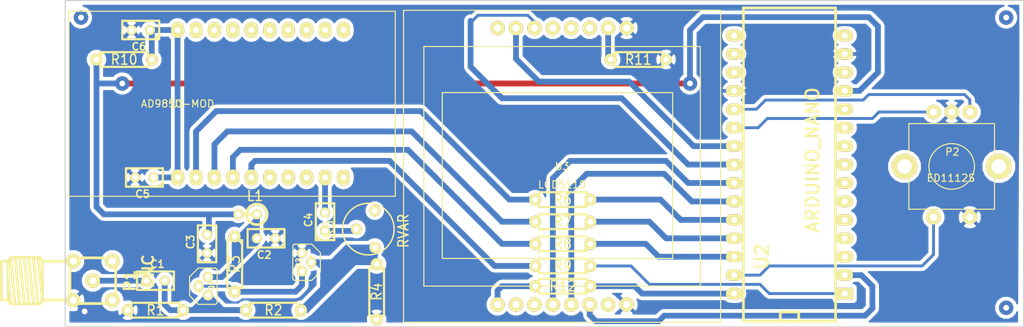
<source format=kicad_pcb>
(kicad_pcb (version 3) (host pcbnew "(2013-jul-07)-stable")

  (general
    (links 61)
    (no_connects 8)
    (area 136.082559 120.080999 277.473001 165.189001)
    (thickness 1.6)
    (drawings 6)
    (tracks 234)
    (zones 0)
    (modules 26)
    (nets 30)
  )

  (page A3)
  (layers
    (15 F.Cu signal)
    (0 B.Cu signal)
    (16 B.Adhes user)
    (17 F.Adhes user)
    (18 B.Paste user)
    (19 F.Paste user)
    (20 B.SilkS user)
    (21 F.SilkS user)
    (22 B.Mask user)
    (23 F.Mask user)
    (24 Dwgs.User user)
    (25 Cmts.User user)
    (26 Eco1.User user)
    (27 Eco2.User user)
    (28 Edge.Cuts user)
  )

  (setup
    (last_trace_width 0.8)
    (user_trace_width 0.4)
    (user_trace_width 0.8)
    (trace_clearance 0.254)
    (zone_clearance 0.508)
    (zone_45_only no)
    (trace_min 0.254)
    (segment_width 0.2)
    (edge_width 0.15)
    (via_size 0.889)
    (via_drill 0.635)
    (via_min_size 0.889)
    (via_min_drill 0.508)
    (user_via 2 0.8)
    (uvia_size 0.508)
    (uvia_drill 0.127)
    (uvias_allowed no)
    (uvia_min_size 0.508)
    (uvia_min_drill 0.127)
    (pcb_text_width 0.8)
    (pcb_text_size 1 1)
    (mod_edge_width 0.15)
    (mod_text_size 1 1)
    (mod_text_width 0.15)
    (pad_size 1.8 2.2)
    (pad_drill 0.8)
    (pad_to_mask_clearance 0)
    (aux_axis_origin 0 0)
    (visible_elements FFFFFFBF)
    (pcbplotparams
      (layerselection 268435457)
      (usegerberextensions false)
      (excludeedgelayer false)
      (linewidth 0.150000)
      (plotframeref false)
      (viasonmask false)
      (mode 1)
      (useauxorigin false)
      (hpglpennumber 1)
      (hpglpenspeed 20)
      (hpglpendiameter 15)
      (hpglpenoverlay 2)
      (psnegative false)
      (psa4output false)
      (plotreference true)
      (plotvalue true)
      (plotothertext true)
      (plotinvisibletext false)
      (padsonsilk false)
      (subtractmaskfromsilk false)
      (outputformat 2)
      (mirror false)
      (drillshape 1)
      (scaleselection 1)
      (outputdirectory ""))
  )

  (net 0 "")
  (net 1 +3.3V)
  (net 2 +5V)
  (net 3 /DATA)
  (net 4 /FU_UD)
  (net 5 /RESET)
  (net 6 /W_CLK)
  (net 7 GND)
  (net 8 N-000001)
  (net 9 N-0000010)
  (net 10 N-0000012)
  (net 11 N-0000018)
  (net 12 N-0000019)
  (net 13 N-000002)
  (net 14 N-0000020)
  (net 15 N-0000021)
  (net 16 N-0000022)
  (net 17 N-0000023)
  (net 18 N-0000024)
  (net 19 N-0000025)
  (net 20 N-0000026)
  (net 21 N-0000027)
  (net 22 N-0000028)
  (net 23 N-000004)
  (net 24 N-000005)
  (net 25 N-0000056)
  (net 26 N-000006)
  (net 27 N-000007)
  (net 28 N-000008)
  (net 29 N-000009)

  (net_class Default "This is the default net class."
    (clearance 0.254)
    (trace_width 0.254)
    (via_dia 0.889)
    (via_drill 0.635)
    (uvia_dia 0.508)
    (uvia_drill 0.127)
    (add_net "")
    (add_net +3.3V)
    (add_net +5V)
    (add_net /DATA)
    (add_net /FU_UD)
    (add_net /RESET)
    (add_net /W_CLK)
    (add_net GND)
    (add_net N-000001)
    (add_net N-0000010)
    (add_net N-0000012)
    (add_net N-0000018)
    (add_net N-0000019)
    (add_net N-000002)
    (add_net N-0000020)
    (add_net N-0000021)
    (add_net N-0000022)
    (add_net N-0000023)
    (add_net N-0000024)
    (add_net N-0000025)
    (add_net N-0000026)
    (add_net N-0000027)
    (add_net N-0000028)
    (add_net N-000004)
    (add_net N-000005)
    (add_net N-0000056)
    (add_net N-000006)
    (add_net N-000007)
    (add_net N-000008)
    (add_net N-000009)
  )

  (module TO92PN (layer F.Cu) (tedit 50D2C7A2) (tstamp 56798C34)
    (at 164.368 159.526 270)
    (path /56795F52)
    (fp_text reference Q1 (at -0.1 -1.1 270) (layer F.SilkS)
      (effects (font (size 0.7 0.7) (thickness 0.15)))
    )
    (fp_text value NPN (at 0 0.6 270) (layer F.SilkS)
      (effects (font (size 0.6 0.6) (thickness 0.15)))
    )
    (fp_line (start 1.3 1.9) (end -1.3 1.9) (layer F.SilkS) (width 0.15))
    (fp_line (start -2.5 -1.7) (end -2.3 -1.9) (layer F.SilkS) (width 0.15))
    (fp_line (start -2.3 -1.9) (end 2.3 -1.9) (layer F.SilkS) (width 0.15))
    (fp_line (start 2.3 -1.9) (end 2.5 -1.7) (layer F.SilkS) (width 0.15))
    (fp_line (start 2.5 -1.7) (end 2.5 0.7) (layer F.SilkS) (width 0.15))
    (fp_line (start 2.5 0.7) (end 1.3 1.9) (layer F.SilkS) (width 0.15))
    (fp_line (start -1.3 1.9) (end -2.5 0.7) (layer F.SilkS) (width 0.15))
    (fp_line (start -2.5 0.7) (end -2.5 -1.7) (layer F.SilkS) (width 0.15))
    (pad 1 thru_hole circle (at 1.27 -0.635 270) (size 1.4 1.4) (drill 0.8)
      (layers *.Cu *.Mask F.SilkS)
      (net 22 N-0000028)
    )
    (pad 2 thru_hole circle (at 0 0.635 270) (size 1.4 1.4) (drill 0.8)
      (layers *.Cu *.Mask F.SilkS)
      (net 16 N-0000022)
    )
    (pad 3 thru_hole circle (at -1.27 -0.635 270) (size 1.4 1.4) (drill 0.8)
      (layers *.Cu *.Mask F.SilkS)
      (net 21 N-0000027)
    )
    (model to-xxx-packages/to92.wrl
      (at (xyz 0 0 0))
      (scale (xyz 1 1 1))
      (rotate (xyz 0 0 0))
    )
  )

  (module TO92PN (layer F.Cu) (tedit 50D2C7A2) (tstamp 56798C43)
    (at 178.592 156.224 90)
    (path /56795F61)
    (fp_text reference Q2 (at -0.1 -1.1 90) (layer F.SilkS)
      (effects (font (size 0.7 0.7) (thickness 0.15)))
    )
    (fp_text value NPN (at 0 0.6 90) (layer F.SilkS)
      (effects (font (size 0.6 0.6) (thickness 0.15)))
    )
    (fp_line (start 1.3 1.9) (end -1.3 1.9) (layer F.SilkS) (width 0.15))
    (fp_line (start -2.5 -1.7) (end -2.3 -1.9) (layer F.SilkS) (width 0.15))
    (fp_line (start -2.3 -1.9) (end 2.3 -1.9) (layer F.SilkS) (width 0.15))
    (fp_line (start 2.3 -1.9) (end 2.5 -1.7) (layer F.SilkS) (width 0.15))
    (fp_line (start 2.5 -1.7) (end 2.5 0.7) (layer F.SilkS) (width 0.15))
    (fp_line (start 2.5 0.7) (end 1.3 1.9) (layer F.SilkS) (width 0.15))
    (fp_line (start -1.3 1.9) (end -2.5 0.7) (layer F.SilkS) (width 0.15))
    (fp_line (start -2.5 0.7) (end -2.5 -1.7) (layer F.SilkS) (width 0.15))
    (pad 1 thru_hole circle (at 1.27 -0.635 90) (size 1.4 1.4) (drill 0.8)
      (layers *.Cu *.Mask F.SilkS)
      (net 7 GND)
    )
    (pad 2 thru_hole circle (at 0 0.635 90) (size 1.4 1.4) (drill 0.8)
      (layers *.Cu *.Mask F.SilkS)
      (net 20 N-0000026)
    )
    (pad 3 thru_hole circle (at -1.27 -0.635 90) (size 1.4 1.4) (drill 0.8)
      (layers *.Cu *.Mask F.SilkS)
      (net 16 N-0000022)
    )
    (model to-xxx-packages/to92.wrl
      (at (xyz 0 0 0))
      (scale (xyz 1 1 1))
      (rotate (xyz 0 0 0))
    )
  )

  (module SMA (layer F.Cu) (tedit 4A94E7B7) (tstamp 56798C65)
    (at 149.128 158.764 90)
    (tags "SMA Connector")
    (path /56795EA9)
    (fp_text reference P1 (at 0 5.08 90) (layer F.SilkS)
      (effects (font (size 1.524 1.524) (thickness 0.3048)))
    )
    (fp_text value BNC (at 1.27 7.62 90) (layer F.SilkS)
      (effects (font (size 1.524 1.524) (thickness 0.3048)))
    )
    (fp_line (start 2.65938 -11.65606) (end 2.65938 -12.60094) (layer F.SilkS) (width 0.381))
    (fp_line (start -2.65938 -11.65606) (end -2.65938 -12.60094) (layer F.SilkS) (width 0.381))
    (fp_line (start -2.65938 -3.1496) (end -2.65938 -6.92912) (layer F.SilkS) (width 0.381))
    (fp_line (start 2.65938 -3.1496) (end 2.65938 -6.92912) (layer F.SilkS) (width 0.381))
    (fp_line (start -3.19278 -11.3411) (end 0.2667 -11.65606) (layer F.SilkS) (width 0.381))
    (fp_line (start 3.19278 -7.55904) (end -2.65938 -6.92912) (layer F.SilkS) (width 0.381))
    (fp_line (start -3.19278 -7.55904) (end 3.19278 -8.18896) (layer F.SilkS) (width 0.381))
    (fp_line (start -3.19278 -8.18896) (end 3.19278 -8.81888) (layer F.SilkS) (width 0.381))
    (fp_line (start -3.19278 -8.81888) (end 3.19278 -9.4488) (layer F.SilkS) (width 0.381))
    (fp_line (start -3.19278 -9.4488) (end 3.19278 -10.08126) (layer F.SilkS) (width 0.381))
    (fp_line (start -3.19278 -10.08126) (end 3.19278 -10.71118) (layer F.SilkS) (width 0.381))
    (fp_line (start -3.19278 -10.71118) (end 3.19278 -11.3411) (layer F.SilkS) (width 0.381))
    (fp_line (start -3.19278 -11.3411) (end -2.65938 -11.65606) (layer F.SilkS) (width 0.381))
    (fp_line (start -2.65938 -11.65606) (end 2.65938 -11.65606) (layer F.SilkS) (width 0.381))
    (fp_line (start 2.65938 -11.65606) (end 3.19278 -11.3411) (layer F.SilkS) (width 0.381))
    (fp_line (start 3.19278 -11.3411) (end 3.19278 -7.24408) (layer F.SilkS) (width 0.381))
    (fp_line (start 3.19278 -7.24408) (end 2.65938 -6.92912) (layer F.SilkS) (width 0.381))
    (fp_line (start 2.65938 -6.92912) (end -2.65938 -6.92912) (layer F.SilkS) (width 0.381))
    (fp_line (start -2.65938 -6.92912) (end -3.19278 -7.24408) (layer F.SilkS) (width 0.381))
    (fp_line (start -3.19278 -7.24408) (end -3.19278 -11.3411) (layer F.SilkS) (width 0.381))
    (fp_line (start 2.65938 -12.60094) (end -2.65938 -12.60094) (layer F.SilkS) (width 0.381))
    (fp_line (start -3.1496 -3.1496) (end 3.1496 -3.1496) (layer F.SilkS) (width 0.381))
    (fp_line (start 3.1496 -3.1496) (end 3.1496 3.1496) (layer F.SilkS) (width 0.381))
    (fp_line (start 3.1496 3.1496) (end -3.1496 3.1496) (layer F.SilkS) (width 0.381))
    (fp_line (start -3.1496 3.1496) (end -3.1496 -3.1496) (layer F.SilkS) (width 0.381))
    (pad 1 thru_hole circle (at 0 0 90) (size 1.99898 1.99898) (drill 1.00076)
      (layers *.Cu *.Mask F.SilkS)
      (net 12 N-0000019)
    )
    (pad 3 thru_hole circle (at 2.70002 -2.70002 90) (size 1.99898 1.99898) (drill 1.00076)
      (layers *.Cu *.Mask F.SilkS)
    )
    (pad 2 thru_hole circle (at -2.70002 -2.70002 90) (size 1.99898 1.99898) (drill 1.00076)
      (layers *.Cu *.Mask F.SilkS)
      (net 7 GND)
    )
    (pad 5 thru_hole circle (at -2.70002 2.70002 90) (size 1.99898 1.99898) (drill 1.00076)
      (layers *.Cu *.Mask F.SilkS)
    )
    (pad 4 thru_hole circle (at 2.70002 2.70002 90) (size 1.99898 1.99898) (drill 1.00076)
      (layers *.Cu *.Mask F.SilkS)
    )
    (model connectors/sma.wrl
      (at (xyz 0 0 0))
      (scale (xyz 0.39 0.39 0.39))
      (rotate (xyz -90 0 -90))
    )
  )

  (module RV2 (layer F.Cu) (tedit 3FA15781) (tstamp 56798C79)
    (at 186.72 151.652 90)
    (descr "Resistance variable / potentiometre")
    (tags R)
    (path /567961D6)
    (autoplace_cost90 10)
    (autoplace_cost180 10)
    (fp_text reference R5 (at 0 -5.08 90) (layer F.SilkS)
      (effects (font (size 1.397 1.27) (thickness 0.2032)))
    )
    (fp_text value RVAR (at -0.254 5.207 90) (layer F.SilkS)
      (effects (font (size 1.397 1.27) (thickness 0.2032)))
    )
    (fp_circle (center 0 0.381) (end 0 -3.175) (layer F.SilkS) (width 0.2032))
    (pad 1 thru_hole circle (at -2.54 1.27 90) (size 1.524 1.524) (drill 0.8128)
      (layers *.Cu *.Mask F.SilkS)
      (net 20 N-0000026)
    )
    (pad 2 thru_hole circle (at 0 -1.27 90) (size 1.524 1.524) (drill 0.8128)
      (layers *.Cu *.Mask F.SilkS)
      (net 25 N-0000056)
    )
    (pad 3 thru_hole circle (at 2.54 1.27 90) (size 1.524 1.524) (drill 0.8128)
      (layers *.Cu *.Mask F.SilkS)
    )
    (model discret/adjustable_rx2.wrl
      (at (xyz 0 0 0))
      (scale (xyz 1 1 1))
      (rotate (xyz 0 0 0))
    )
  )

  (module R3-LARGE_PADS (layer F.Cu) (tedit 47E26765) (tstamp 56798C87)
    (at 224.312 128.284)
    (descr "Resitance 3 pas")
    (tags R)
    (path /56796EB3)
    (autoplace_cost180 10)
    (fp_text reference R11 (at 0 0) (layer F.SilkS)
      (effects (font (size 1.397 1.27) (thickness 0.2032)))
    )
    (fp_text value R (at 0 0) (layer F.SilkS) hide
      (effects (font (size 1.397 1.27) (thickness 0.2032)))
    )
    (fp_line (start -3.81 0) (end -3.302 0) (layer F.SilkS) (width 0.3048))
    (fp_line (start 3.81 0) (end 3.302 0) (layer F.SilkS) (width 0.3048))
    (fp_line (start 3.302 0) (end 3.302 -1.016) (layer F.SilkS) (width 0.3048))
    (fp_line (start 3.302 -1.016) (end -3.302 -1.016) (layer F.SilkS) (width 0.3048))
    (fp_line (start -3.302 -1.016) (end -3.302 1.016) (layer F.SilkS) (width 0.3048))
    (fp_line (start -3.302 1.016) (end 3.302 1.016) (layer F.SilkS) (width 0.3048))
    (fp_line (start 3.302 1.016) (end 3.302 0) (layer F.SilkS) (width 0.3048))
    (fp_line (start -3.302 -0.508) (end -2.794 -1.016) (layer F.SilkS) (width 0.3048))
    (pad 1 thru_hole circle (at -3.81 0) (size 1.651 1.651) (drill 0.8128)
      (layers *.Cu *.Mask F.SilkS)
      (net 11 N-0000018)
    )
    (pad 2 thru_hole circle (at 3.81 0) (size 1.651 1.651) (drill 0.8128)
      (layers *.Cu *.Mask F.SilkS)
      (net 7 GND)
    )
    (model discret/resistor.wrl
      (at (xyz 0 0 0))
      (scale (xyz 0.3 0.3 0.3))
      (rotate (xyz 0 0 0))
    )
  )

  (module R3-LARGE_PADS (layer F.Cu) (tedit 47E26765) (tstamp 56799D70)
    (at 153.446 128.284)
    (descr "Resitance 3 pas")
    (tags R)
    (path /5679675D)
    (autoplace_cost180 10)
    (fp_text reference R10 (at 0 0) (layer F.SilkS)
      (effects (font (size 1.397 1.27) (thickness 0.2032)))
    )
    (fp_text value R (at 0 0) (layer F.SilkS) hide
      (effects (font (size 1.397 1.27) (thickness 0.2032)))
    )
    (fp_line (start -3.81 0) (end -3.302 0) (layer F.SilkS) (width 0.3048))
    (fp_line (start 3.81 0) (end 3.302 0) (layer F.SilkS) (width 0.3048))
    (fp_line (start 3.302 0) (end 3.302 -1.016) (layer F.SilkS) (width 0.3048))
    (fp_line (start 3.302 -1.016) (end -3.302 -1.016) (layer F.SilkS) (width 0.3048))
    (fp_line (start -3.302 -1.016) (end -3.302 1.016) (layer F.SilkS) (width 0.3048))
    (fp_line (start -3.302 1.016) (end 3.302 1.016) (layer F.SilkS) (width 0.3048))
    (fp_line (start 3.302 1.016) (end 3.302 0) (layer F.SilkS) (width 0.3048))
    (fp_line (start -3.302 -0.508) (end -2.794 -1.016) (layer F.SilkS) (width 0.3048))
    (pad 1 thru_hole circle (at -3.81 0) (size 1.651 1.651) (drill 0.8128)
      (layers *.Cu *.Mask F.SilkS)
      (net 2 +5V)
    )
    (pad 2 thru_hole circle (at 3.81 0) (size 1.651 1.651) (drill 0.8128)
      (layers *.Cu *.Mask F.SilkS)
      (net 13 N-000002)
    )
    (model discret/resistor.wrl
      (at (xyz 0 0 0))
      (scale (xyz 0.3 0.3 0.3))
      (rotate (xyz 0 0 0))
    )
  )

  (module R3-LARGE_PADS (layer F.Cu) (tedit 47E26765) (tstamp 56798CA3)
    (at 213.898 156.732 180)
    (descr "Resitance 3 pas")
    (tags R)
    (path /5679638F)
    (autoplace_cost180 10)
    (fp_text reference R9 (at 0 0 180) (layer F.SilkS)
      (effects (font (size 1.397 1.27) (thickness 0.2032)))
    )
    (fp_text value R (at 0 0 180) (layer F.SilkS) hide
      (effects (font (size 1.397 1.27) (thickness 0.2032)))
    )
    (fp_line (start -3.81 0) (end -3.302 0) (layer F.SilkS) (width 0.3048))
    (fp_line (start 3.81 0) (end 3.302 0) (layer F.SilkS) (width 0.3048))
    (fp_line (start 3.302 0) (end 3.302 -1.016) (layer F.SilkS) (width 0.3048))
    (fp_line (start 3.302 -1.016) (end -3.302 -1.016) (layer F.SilkS) (width 0.3048))
    (fp_line (start -3.302 -1.016) (end -3.302 1.016) (layer F.SilkS) (width 0.3048))
    (fp_line (start -3.302 1.016) (end 3.302 1.016) (layer F.SilkS) (width 0.3048))
    (fp_line (start 3.302 1.016) (end 3.302 0) (layer F.SilkS) (width 0.3048))
    (fp_line (start -3.302 -0.508) (end -2.794 -1.016) (layer F.SilkS) (width 0.3048))
    (pad 1 thru_hole circle (at -3.81 0 180) (size 1.651 1.651) (drill 0.8128)
      (layers *.Cu *.Mask F.SilkS)
      (net 5 /RESET)
    )
    (pad 2 thru_hole circle (at 3.81 0 180) (size 1.651 1.651) (drill 0.8128)
      (layers *.Cu *.Mask F.SilkS)
      (net 10 N-0000012)
    )
    (model discret/resistor.wrl
      (at (xyz 0 0 0))
      (scale (xyz 0.3 0.3 0.3))
      (rotate (xyz 0 0 0))
    )
  )

  (module R3-LARGE_PADS (layer F.Cu) (tedit 47E26765) (tstamp 56798CB1)
    (at 213.898 153.684 180)
    (descr "Resitance 3 pas")
    (tags R)
    (path /56796371)
    (autoplace_cost180 10)
    (fp_text reference R8 (at 0 0 180) (layer F.SilkS)
      (effects (font (size 1.397 1.27) (thickness 0.2032)))
    )
    (fp_text value R (at 0 0 180) (layer F.SilkS) hide
      (effects (font (size 1.397 1.27) (thickness 0.2032)))
    )
    (fp_line (start -3.81 0) (end -3.302 0) (layer F.SilkS) (width 0.3048))
    (fp_line (start 3.81 0) (end 3.302 0) (layer F.SilkS) (width 0.3048))
    (fp_line (start 3.302 0) (end 3.302 -1.016) (layer F.SilkS) (width 0.3048))
    (fp_line (start 3.302 -1.016) (end -3.302 -1.016) (layer F.SilkS) (width 0.3048))
    (fp_line (start -3.302 -1.016) (end -3.302 1.016) (layer F.SilkS) (width 0.3048))
    (fp_line (start -3.302 1.016) (end 3.302 1.016) (layer F.SilkS) (width 0.3048))
    (fp_line (start 3.302 1.016) (end 3.302 0) (layer F.SilkS) (width 0.3048))
    (fp_line (start -3.302 -0.508) (end -2.794 -1.016) (layer F.SilkS) (width 0.3048))
    (pad 1 thru_hole circle (at -3.81 0 180) (size 1.651 1.651) (drill 0.8128)
      (layers *.Cu *.Mask F.SilkS)
      (net 3 /DATA)
    )
    (pad 2 thru_hole circle (at 3.81 0 180) (size 1.651 1.651) (drill 0.8128)
      (layers *.Cu *.Mask F.SilkS)
      (net 17 N-0000023)
    )
    (model discret/resistor.wrl
      (at (xyz 0 0 0))
      (scale (xyz 0.3 0.3 0.3))
      (rotate (xyz 0 0 0))
    )
  )

  (module R3-LARGE_PADS (layer F.Cu) (tedit 47E26765) (tstamp 56798CBF)
    (at 213.898 150.636 180)
    (descr "Resitance 3 pas")
    (tags R)
    (path /56796353)
    (autoplace_cost180 10)
    (fp_text reference R7 (at 0 0 180) (layer F.SilkS)
      (effects (font (size 1.397 1.27) (thickness 0.2032)))
    )
    (fp_text value R (at 0 0 180) (layer F.SilkS) hide
      (effects (font (size 1.397 1.27) (thickness 0.2032)))
    )
    (fp_line (start -3.81 0) (end -3.302 0) (layer F.SilkS) (width 0.3048))
    (fp_line (start 3.81 0) (end 3.302 0) (layer F.SilkS) (width 0.3048))
    (fp_line (start 3.302 0) (end 3.302 -1.016) (layer F.SilkS) (width 0.3048))
    (fp_line (start 3.302 -1.016) (end -3.302 -1.016) (layer F.SilkS) (width 0.3048))
    (fp_line (start -3.302 -1.016) (end -3.302 1.016) (layer F.SilkS) (width 0.3048))
    (fp_line (start -3.302 1.016) (end 3.302 1.016) (layer F.SilkS) (width 0.3048))
    (fp_line (start 3.302 1.016) (end 3.302 0) (layer F.SilkS) (width 0.3048))
    (fp_line (start -3.302 -0.508) (end -2.794 -1.016) (layer F.SilkS) (width 0.3048))
    (pad 1 thru_hole circle (at -3.81 0 180) (size 1.651 1.651) (drill 0.8128)
      (layers *.Cu *.Mask F.SilkS)
      (net 4 /FU_UD)
    )
    (pad 2 thru_hole circle (at 3.81 0 180) (size 1.651 1.651) (drill 0.8128)
      (layers *.Cu *.Mask F.SilkS)
      (net 18 N-0000024)
    )
    (model discret/resistor.wrl
      (at (xyz 0 0 0))
      (scale (xyz 0.3 0.3 0.3))
      (rotate (xyz 0 0 0))
    )
  )

  (module R3-LARGE_PADS (layer F.Cu) (tedit 47E26765) (tstamp 56798CCD)
    (at 213.898 147.588 180)
    (descr "Resitance 3 pas")
    (tags R)
    (path /5679632B)
    (autoplace_cost180 10)
    (fp_text reference R6 (at 0 0 180) (layer F.SilkS)
      (effects (font (size 1.397 1.27) (thickness 0.2032)))
    )
    (fp_text value R (at 0 0 180) (layer F.SilkS) hide
      (effects (font (size 1.397 1.27) (thickness 0.2032)))
    )
    (fp_line (start -3.81 0) (end -3.302 0) (layer F.SilkS) (width 0.3048))
    (fp_line (start 3.81 0) (end 3.302 0) (layer F.SilkS) (width 0.3048))
    (fp_line (start 3.302 0) (end 3.302 -1.016) (layer F.SilkS) (width 0.3048))
    (fp_line (start 3.302 -1.016) (end -3.302 -1.016) (layer F.SilkS) (width 0.3048))
    (fp_line (start -3.302 -1.016) (end -3.302 1.016) (layer F.SilkS) (width 0.3048))
    (fp_line (start -3.302 1.016) (end 3.302 1.016) (layer F.SilkS) (width 0.3048))
    (fp_line (start 3.302 1.016) (end 3.302 0) (layer F.SilkS) (width 0.3048))
    (fp_line (start -3.302 -0.508) (end -2.794 -1.016) (layer F.SilkS) (width 0.3048))
    (pad 1 thru_hole circle (at -3.81 0 180) (size 1.651 1.651) (drill 0.8128)
      (layers *.Cu *.Mask F.SilkS)
      (net 6 /W_CLK)
    )
    (pad 2 thru_hole circle (at 3.81 0 180) (size 1.651 1.651) (drill 0.8128)
      (layers *.Cu *.Mask F.SilkS)
      (net 19 N-0000025)
    )
    (model discret/resistor.wrl
      (at (xyz 0 0 0))
      (scale (xyz 0.3 0.3 0.3))
      (rotate (xyz 0 0 0))
    )
  )

  (module R3-LARGE_PADS (layer F.Cu) (tedit 47E26765) (tstamp 56798CDB)
    (at 168.686 156.478 270)
    (descr "Resitance 3 pas")
    (tags R)
    (path /5679602D)
    (autoplace_cost180 10)
    (fp_text reference R3 (at 0 0 270) (layer F.SilkS)
      (effects (font (size 1.397 1.27) (thickness 0.2032)))
    )
    (fp_text value R (at 0 0 270) (layer F.SilkS) hide
      (effects (font (size 1.397 1.27) (thickness 0.2032)))
    )
    (fp_line (start -3.81 0) (end -3.302 0) (layer F.SilkS) (width 0.3048))
    (fp_line (start 3.81 0) (end 3.302 0) (layer F.SilkS) (width 0.3048))
    (fp_line (start 3.302 0) (end 3.302 -1.016) (layer F.SilkS) (width 0.3048))
    (fp_line (start 3.302 -1.016) (end -3.302 -1.016) (layer F.SilkS) (width 0.3048))
    (fp_line (start -3.302 -1.016) (end -3.302 1.016) (layer F.SilkS) (width 0.3048))
    (fp_line (start -3.302 1.016) (end 3.302 1.016) (layer F.SilkS) (width 0.3048))
    (fp_line (start 3.302 1.016) (end 3.302 0) (layer F.SilkS) (width 0.3048))
    (fp_line (start -3.302 -0.508) (end -2.794 -1.016) (layer F.SilkS) (width 0.3048))
    (pad 1 thru_hole circle (at -3.81 0 270) (size 1.651 1.651) (drill 0.8128)
      (layers *.Cu *.Mask F.SilkS)
      (net 21 N-0000027)
    )
    (pad 2 thru_hole circle (at 3.81 0 270) (size 1.651 1.651) (drill 0.8128)
      (layers *.Cu *.Mask F.SilkS)
      (net 16 N-0000022)
    )
    (model discret/resistor.wrl
      (at (xyz 0 0 0))
      (scale (xyz 0.3 0.3 0.3))
      (rotate (xyz 0 0 0))
    )
  )

  (module R3-LARGE_PADS (layer F.Cu) (tedit 47E26765) (tstamp 56798CE9)
    (at 157.764 162.828 180)
    (descr "Resitance 3 pas")
    (tags R)
    (path /56796000)
    (autoplace_cost180 10)
    (fp_text reference R1 (at 0 0 180) (layer F.SilkS)
      (effects (font (size 1.397 1.27) (thickness 0.2032)))
    )
    (fp_text value R (at 0 0 180) (layer F.SilkS) hide
      (effects (font (size 1.397 1.27) (thickness 0.2032)))
    )
    (fp_line (start -3.81 0) (end -3.302 0) (layer F.SilkS) (width 0.3048))
    (fp_line (start 3.81 0) (end 3.302 0) (layer F.SilkS) (width 0.3048))
    (fp_line (start 3.302 0) (end 3.302 -1.016) (layer F.SilkS) (width 0.3048))
    (fp_line (start 3.302 -1.016) (end -3.302 -1.016) (layer F.SilkS) (width 0.3048))
    (fp_line (start -3.302 -1.016) (end -3.302 1.016) (layer F.SilkS) (width 0.3048))
    (fp_line (start -3.302 1.016) (end 3.302 1.016) (layer F.SilkS) (width 0.3048))
    (fp_line (start 3.302 1.016) (end 3.302 0) (layer F.SilkS) (width 0.3048))
    (fp_line (start -3.302 -0.508) (end -2.794 -1.016) (layer F.SilkS) (width 0.3048))
    (pad 1 thru_hole circle (at -3.81 0 180) (size 1.651 1.651) (drill 0.8128)
      (layers *.Cu *.Mask F.SilkS)
      (net 22 N-0000028)
    )
    (pad 2 thru_hole circle (at 3.81 0 180) (size 1.651 1.651) (drill 0.8128)
      (layers *.Cu *.Mask F.SilkS)
      (net 7 GND)
    )
    (model discret/resistor.wrl
      (at (xyz 0 0 0))
      (scale (xyz 0.3 0.3 0.3))
      (rotate (xyz 0 0 0))
    )
  )

  (module R3-LARGE_PADS (layer F.Cu) (tedit 47E26765) (tstamp 56798CF7)
    (at 174.02 162.828)
    (descr "Resitance 3 pas")
    (tags R)
    (path /56795FDD)
    (autoplace_cost180 10)
    (fp_text reference R2 (at 0 0) (layer F.SilkS)
      (effects (font (size 1.397 1.27) (thickness 0.2032)))
    )
    (fp_text value R (at 0 0) (layer F.SilkS) hide
      (effects (font (size 1.397 1.27) (thickness 0.2032)))
    )
    (fp_line (start -3.81 0) (end -3.302 0) (layer F.SilkS) (width 0.3048))
    (fp_line (start 3.81 0) (end 3.302 0) (layer F.SilkS) (width 0.3048))
    (fp_line (start 3.302 0) (end 3.302 -1.016) (layer F.SilkS) (width 0.3048))
    (fp_line (start 3.302 -1.016) (end -3.302 -1.016) (layer F.SilkS) (width 0.3048))
    (fp_line (start -3.302 -1.016) (end -3.302 1.016) (layer F.SilkS) (width 0.3048))
    (fp_line (start -3.302 1.016) (end 3.302 1.016) (layer F.SilkS) (width 0.3048))
    (fp_line (start 3.302 1.016) (end 3.302 0) (layer F.SilkS) (width 0.3048))
    (fp_line (start -3.302 -0.508) (end -2.794 -1.016) (layer F.SilkS) (width 0.3048))
    (pad 1 thru_hole circle (at -3.81 0) (size 1.651 1.651) (drill 0.8128)
      (layers *.Cu *.Mask F.SilkS)
      (net 22 N-0000028)
    )
    (pad 2 thru_hole circle (at 3.81 0) (size 1.651 1.651) (drill 0.8128)
      (layers *.Cu *.Mask F.SilkS)
      (net 20 N-0000026)
    )
    (model discret/resistor.wrl
      (at (xyz 0 0 0))
      (scale (xyz 0.3 0.3 0.3))
      (rotate (xyz 0 0 0))
    )
  )

  (module R3-LARGE_PADS (layer F.Cu) (tedit 47E26765) (tstamp 56798D05)
    (at 188.244 160.288 270)
    (descr "Resitance 3 pas")
    (tags R)
    (path /56795FCE)
    (autoplace_cost180 10)
    (fp_text reference R4 (at 0 0 270) (layer F.SilkS)
      (effects (font (size 1.397 1.27) (thickness 0.2032)))
    )
    (fp_text value R (at 0 0 270) (layer F.SilkS) hide
      (effects (font (size 1.397 1.27) (thickness 0.2032)))
    )
    (fp_line (start -3.81 0) (end -3.302 0) (layer F.SilkS) (width 0.3048))
    (fp_line (start 3.81 0) (end 3.302 0) (layer F.SilkS) (width 0.3048))
    (fp_line (start 3.302 0) (end 3.302 -1.016) (layer F.SilkS) (width 0.3048))
    (fp_line (start 3.302 -1.016) (end -3.302 -1.016) (layer F.SilkS) (width 0.3048))
    (fp_line (start -3.302 -1.016) (end -3.302 1.016) (layer F.SilkS) (width 0.3048))
    (fp_line (start -3.302 1.016) (end 3.302 1.016) (layer F.SilkS) (width 0.3048))
    (fp_line (start 3.302 1.016) (end 3.302 0) (layer F.SilkS) (width 0.3048))
    (fp_line (start -3.302 -0.508) (end -2.794 -1.016) (layer F.SilkS) (width 0.3048))
    (pad 1 thru_hole circle (at -3.81 0 270) (size 1.651 1.651) (drill 0.8128)
      (layers *.Cu *.Mask F.SilkS)
      (net 20 N-0000026)
    )
    (pad 2 thru_hole circle (at 3.81 0 270) (size 1.651 1.651) (drill 0.8128)
      (layers *.Cu *.Mask F.SilkS)
      (net 7 GND)
    )
    (model discret/resistor.wrl
      (at (xyz 0 0 0))
      (scale (xyz 0.3 0.3 0.3))
      (rotate (xyz 0 0 0))
    )
  )

  (module lcd5110 (layer F.Cu) (tedit 5679784F) (tstamp 56798D25)
    (at 213.8 143)
    (path /56795E7C)
    (fp_text reference U3 (at 0 0) (layer F.SilkS)
      (effects (font (size 1 1) (thickness 0.15)))
    )
    (fp_text value LCD5110 (at 0 2.54) (layer F.SilkS)
      (effects (font (size 1 1) (thickness 0.15)))
    )
    (fp_line (start -16.51 12.7) (end -16.51 -10.16) (layer F.SilkS) (width 0.15))
    (fp_line (start -16.51 -10.16) (end 15.24 -10.16) (layer F.SilkS) (width 0.15))
    (fp_line (start 15.24 -10.16) (end 15.24 12.7) (layer F.SilkS) (width 0.15))
    (fp_line (start 15.24 12.7) (end -16.51 12.7) (layer F.SilkS) (width 0.15))
    (fp_line (start -19.05 -16.51) (end 19.05 -16.51) (layer F.SilkS) (width 0.15))
    (fp_line (start 19.05 -16.51) (end 19.05 16.51) (layer F.SilkS) (width 0.15))
    (fp_line (start 19.05 16.51) (end -19.05 16.51) (layer F.SilkS) (width 0.15))
    (fp_line (start -19.05 16.51) (end -19.05 -16.51) (layer F.SilkS) (width 0.15))
    (fp_line (start 21.85 -21.5) (end 21.85 21.5) (layer F.SilkS) (width 0.15))
    (fp_line (start -21.85 -21.5) (end -21.85 21.5) (layer F.SilkS) (width 0.15))
    (fp_line (start -21.85 21.5) (end 21.85 21.5) (layer F.SilkS) (width 0.15))
    (fp_line (start -21.85 -21.5) (end 21.85 -21.5) (layer F.SilkS) (width 0.15))
    (pad 1 thru_hole circle (at -8.89 19.05) (size 2 2) (drill 1)
      (layers *.Cu *.Mask F.SilkS)
      (net 23 N-000004)
    )
    (pad 2 thru_hole circle (at -6.35 19.05) (size 2 2) (drill 1)
      (layers *.Cu *.Mask F.SilkS)
      (net 24 N-000005)
    )
    (pad 3 thru_hole circle (at -3.81 19.05) (size 2 2) (drill 1)
      (layers *.Cu *.Mask F.SilkS)
      (net 26 N-000006)
    )
    (pad 4 thru_hole circle (at -1.27 19.05) (size 2 2) (drill 1)
      (layers *.Cu *.Mask F.SilkS)
      (net 27 N-000007)
    )
    (pad 5 thru_hole circle (at 1.27 19.05) (size 2 2) (drill 1)
      (layers *.Cu *.Mask F.SilkS)
      (net 28 N-000008)
    )
    (pad 6 thru_hole circle (at 3.81 19.05) (size 2 2) (drill 1)
      (layers *.Cu *.Mask F.SilkS)
      (net 1 +3.3V)
    )
    (pad 7 thru_hole circle (at 6.35 19.05) (size 2 2) (drill 1)
      (layers *.Cu *.Mask F.SilkS)
      (net 11 N-0000018)
    )
    (pad 8 thru_hole circle (at 8.89 19.05) (size 2 2) (drill 1)
      (layers *.Cu *.Mask F.SilkS)
      (net 7 GND)
    )
    (pad 1 thru_hole circle (at -8.89 -19.05) (size 2 2) (drill 1)
      (layers *.Cu *.Mask F.SilkS)
      (net 23 N-000004)
    )
    (pad 2 thru_hole circle (at -6.35 -19.05) (size 2 2) (drill 1)
      (layers *.Cu *.Mask F.SilkS)
      (net 24 N-000005)
    )
    (pad 3 thru_hole circle (at -3.81 -19.05) (size 2 2) (drill 1)
      (layers *.Cu *.Mask F.SilkS)
      (net 26 N-000006)
    )
    (pad 4 thru_hole circle (at -1.27 -19.05) (size 2 2) (drill 1)
      (layers *.Cu *.Mask F.SilkS)
      (net 27 N-000007)
    )
    (pad 5 thru_hole circle (at 1.27 -19.05) (size 2 2) (drill 1)
      (layers *.Cu *.Mask F.SilkS)
      (net 28 N-000008)
    )
    (pad 6 thru_hole circle (at 3.81 -19.05) (size 2 2) (drill 1)
      (layers *.Cu *.Mask F.SilkS)
      (net 1 +3.3V)
    )
    (pad 7 thru_hole circle (at 6.35 -19.05) (size 2 2) (drill 1)
      (layers *.Cu *.Mask F.SilkS)
      (net 11 N-0000018)
    )
    (pad 8 thru_hole circle (at 8.89 -19.05) (size 2 2) (drill 1)
      (layers *.Cu *.Mask F.SilkS)
      (net 7 GND)
    )
  )

  (module ed1112s (layer F.Cu) (tedit 56797FD6) (tstamp 56798D35)
    (at 267.492 143.016 180)
    (path /56795E8B)
    (fp_text reference P2 (at -0.1 2 180) (layer F.SilkS)
      (effects (font (size 1 1) (thickness 0.15)))
    )
    (fp_text value ED1112S (at 0.1 -1.6 180) (layer F.SilkS)
      (effects (font (size 1 1) (thickness 0.15)))
    )
    (fp_circle (center 0 0) (end -1.9 2.5) (layer F.SilkS) (width 0.15))
    (fp_line (start -5.9 -5.9) (end 5.9 -5.9) (layer F.SilkS) (width 0.15))
    (fp_line (start 5.9 -5.9) (end 5.9 5.9) (layer F.SilkS) (width 0.15))
    (fp_line (start 5.9 5.9) (end -5.9 5.9) (layer F.SilkS) (width 0.15))
    (fp_line (start -5.9 5.9) (end -5.9 -5.9) (layer F.SilkS) (width 0.15))
    (pad 1 thru_hole circle (at -2.5 7.5 180) (size 2 2) (drill 1)
      (layers *.Cu *.Mask F.SilkS)
      (net 29 N-000009)
    )
    (pad 2 thru_hole circle (at 0 7.5 180) (size 2 2) (drill 1)
      (layers *.Cu *.Mask F.SilkS)
      (net 7 GND)
    )
    (pad 3 thru_hole circle (at 2.5 7.5 180) (size 2 2) (drill 1)
      (layers *.Cu *.Mask F.SilkS)
      (net 9 N-0000010)
    )
    (pad 4 thru_hole circle (at -2.5 -7 180) (size 2 2) (drill 1)
      (layers *.Cu *.Mask F.SilkS)
      (net 7 GND)
    )
    (pad 5 thru_hole circle (at 2.5 -7 180) (size 2 2) (drill 1)
      (layers *.Cu *.Mask F.SilkS)
      (net 8 N-000001)
    )
    (pad 6 thru_hole circle (at 6.5 0 180) (size 3.5 3.5) (drill 2)
      (layers *.Cu *.Mask F.SilkS)
    )
    (pad 7 thru_hole circle (at -6.5 0 180) (size 3.5 3.5) (drill 2)
      (layers *.Cu *.Mask F.SilkS)
    )
  )

  (module C1 (layer F.Cu) (tedit 3F92C496) (tstamp 56798D40)
    (at 157.764 158.764)
    (descr "Condensateur e = 1 pas")
    (tags C)
    (path /56796064)
    (fp_text reference C1 (at 0.254 -2.286) (layer F.SilkS)
      (effects (font (size 1.016 1.016) (thickness 0.2032)))
    )
    (fp_text value C (at 0 -2.286) (layer F.SilkS) hide
      (effects (font (size 1.016 1.016) (thickness 0.2032)))
    )
    (fp_line (start -2.4892 -1.27) (end 2.54 -1.27) (layer F.SilkS) (width 0.3048))
    (fp_line (start 2.54 -1.27) (end 2.54 1.27) (layer F.SilkS) (width 0.3048))
    (fp_line (start 2.54 1.27) (end -2.54 1.27) (layer F.SilkS) (width 0.3048))
    (fp_line (start -2.54 1.27) (end -2.54 -1.27) (layer F.SilkS) (width 0.3048))
    (fp_line (start -2.54 -0.635) (end -1.905 -1.27) (layer F.SilkS) (width 0.3048))
    (pad 1 thru_hole circle (at -1.27 0) (size 1.397 1.397) (drill 0.8128)
      (layers *.Cu *.Mask F.SilkS)
      (net 12 N-0000019)
    )
    (pad 2 thru_hole circle (at 1.27 0) (size 1.397 1.397) (drill 0.8128)
      (layers *.Cu *.Mask F.SilkS)
      (net 22 N-0000028)
    )
    (model discret/capa_1_pas.wrl
      (at (xyz 0 0 0))
      (scale (xyz 1 1 1))
      (rotate (xyz 0 0 0))
    )
  )

  (module C1 (layer F.Cu) (tedit 3F92C496) (tstamp 56798D4B)
    (at 173.004 152.922 180)
    (descr "Condensateur e = 1 pas")
    (tags C)
    (path /56796098)
    (fp_text reference C2 (at 0.254 -2.286 180) (layer F.SilkS)
      (effects (font (size 1.016 1.016) (thickness 0.2032)))
    )
    (fp_text value C (at 0 -2.286 180) (layer F.SilkS) hide
      (effects (font (size 1.016 1.016) (thickness 0.2032)))
    )
    (fp_line (start -2.4892 -1.27) (end 2.54 -1.27) (layer F.SilkS) (width 0.3048))
    (fp_line (start 2.54 -1.27) (end 2.54 1.27) (layer F.SilkS) (width 0.3048))
    (fp_line (start 2.54 1.27) (end -2.54 1.27) (layer F.SilkS) (width 0.3048))
    (fp_line (start -2.54 1.27) (end -2.54 -1.27) (layer F.SilkS) (width 0.3048))
    (fp_line (start -2.54 -0.635) (end -1.905 -1.27) (layer F.SilkS) (width 0.3048))
    (pad 1 thru_hole circle (at -1.27 0 180) (size 1.397 1.397) (drill 0.8128)
      (layers *.Cu *.Mask F.SilkS)
      (net 7 GND)
    )
    (pad 2 thru_hole circle (at 1.27 0 180) (size 1.397 1.397) (drill 0.8128)
      (layers *.Cu *.Mask F.SilkS)
      (net 21 N-0000027)
    )
    (model discret/capa_1_pas.wrl
      (at (xyz 0 0 0))
      (scale (xyz 1 1 1))
      (rotate (xyz 0 0 0))
    )
  )

  (module C1 (layer F.Cu) (tedit 3F92C496) (tstamp 56798D56)
    (at 181.132 150.636 90)
    (descr "Condensateur e = 1 pas")
    (tags C)
    (path /567961EF)
    (fp_text reference C4 (at 0.254 -2.286 90) (layer F.SilkS)
      (effects (font (size 1.016 1.016) (thickness 0.2032)))
    )
    (fp_text value C (at 0 -2.286 90) (layer F.SilkS) hide
      (effects (font (size 1.016 1.016) (thickness 0.2032)))
    )
    (fp_line (start -2.4892 -1.27) (end 2.54 -1.27) (layer F.SilkS) (width 0.3048))
    (fp_line (start 2.54 -1.27) (end 2.54 1.27) (layer F.SilkS) (width 0.3048))
    (fp_line (start 2.54 1.27) (end -2.54 1.27) (layer F.SilkS) (width 0.3048))
    (fp_line (start -2.54 1.27) (end -2.54 -1.27) (layer F.SilkS) (width 0.3048))
    (fp_line (start -2.54 -0.635) (end -1.905 -1.27) (layer F.SilkS) (width 0.3048))
    (pad 1 thru_hole circle (at -1.27 0 90) (size 1.397 1.397) (drill 0.8128)
      (layers *.Cu *.Mask F.SilkS)
      (net 25 N-0000056)
    )
    (pad 2 thru_hole circle (at 1.27 0 90) (size 1.397 1.397) (drill 0.8128)
      (layers *.Cu *.Mask F.SilkS)
      (net 14 N-0000020)
    )
    (model discret/capa_1_pas.wrl
      (at (xyz 0 0 0))
      (scale (xyz 1 1 1))
      (rotate (xyz 0 0 0))
    )
  )

  (module C1 (layer F.Cu) (tedit 3F92C496) (tstamp 56798D61)
    (at 164.876 153.684 90)
    (descr "Condensateur e = 1 pas")
    (tags C)
    (path /5679627F)
    (fp_text reference C3 (at 0.254 -2.286 90) (layer F.SilkS)
      (effects (font (size 1.016 1.016) (thickness 0.2032)))
    )
    (fp_text value C (at 0 -2.286 90) (layer F.SilkS) hide
      (effects (font (size 1.016 1.016) (thickness 0.2032)))
    )
    (fp_line (start -2.4892 -1.27) (end 2.54 -1.27) (layer F.SilkS) (width 0.3048))
    (fp_line (start 2.54 -1.27) (end 2.54 1.27) (layer F.SilkS) (width 0.3048))
    (fp_line (start 2.54 1.27) (end -2.54 1.27) (layer F.SilkS) (width 0.3048))
    (fp_line (start -2.54 1.27) (end -2.54 -1.27) (layer F.SilkS) (width 0.3048))
    (fp_line (start -2.54 -0.635) (end -1.905 -1.27) (layer F.SilkS) (width 0.3048))
    (pad 1 thru_hole circle (at -1.27 0 90) (size 1.397 1.397) (drill 0.8128)
      (layers *.Cu *.Mask F.SilkS)
      (net 7 GND)
    )
    (pad 2 thru_hole circle (at 1.27 0 90) (size 1.397 1.397) (drill 0.8128)
      (layers *.Cu *.Mask F.SilkS)
      (net 2 +5V)
    )
    (model discret/capa_1_pas.wrl
      (at (xyz 0 0 0))
      (scale (xyz 1 1 1))
      (rotate (xyz 0 0 0))
    )
  )

  (module C1 (layer F.Cu) (tedit 3F92C496) (tstamp 56798D6C)
    (at 155.732 124.22 180)
    (descr "Condensateur e = 1 pas")
    (tags C)
    (path /567968EB)
    (fp_text reference C6 (at 0.254 -2.286 180) (layer F.SilkS)
      (effects (font (size 1.016 1.016) (thickness 0.2032)))
    )
    (fp_text value C (at 0 -2.286 180) (layer F.SilkS) hide
      (effects (font (size 1.016 1.016) (thickness 0.2032)))
    )
    (fp_line (start -2.4892 -1.27) (end 2.54 -1.27) (layer F.SilkS) (width 0.3048))
    (fp_line (start 2.54 -1.27) (end 2.54 1.27) (layer F.SilkS) (width 0.3048))
    (fp_line (start 2.54 1.27) (end -2.54 1.27) (layer F.SilkS) (width 0.3048))
    (fp_line (start -2.54 1.27) (end -2.54 -1.27) (layer F.SilkS) (width 0.3048))
    (fp_line (start -2.54 -0.635) (end -1.905 -1.27) (layer F.SilkS) (width 0.3048))
    (pad 1 thru_hole circle (at -1.27 0 180) (size 1.397 1.397) (drill 0.8128)
      (layers *.Cu *.Mask F.SilkS)
      (net 13 N-000002)
    )
    (pad 2 thru_hole circle (at 1.27 0 180) (size 1.397 1.397) (drill 0.8128)
      (layers *.Cu *.Mask F.SilkS)
      (net 7 GND)
    )
    (model discret/capa_1_pas.wrl
      (at (xyz 0 0 0))
      (scale (xyz 1 1 1))
      (rotate (xyz 0 0 0))
    )
  )

  (module C1 (layer F.Cu) (tedit 3F92C496) (tstamp 56798D77)
    (at 156.24 144.54 180)
    (descr "Condensateur e = 1 pas")
    (tags C)
    (path /56796966)
    (fp_text reference C5 (at 0.254 -2.286 180) (layer F.SilkS)
      (effects (font (size 1.016 1.016) (thickness 0.2032)))
    )
    (fp_text value C (at 0 -2.286 180) (layer F.SilkS) hide
      (effects (font (size 1.016 1.016) (thickness 0.2032)))
    )
    (fp_line (start -2.4892 -1.27) (end 2.54 -1.27) (layer F.SilkS) (width 0.3048))
    (fp_line (start 2.54 -1.27) (end 2.54 1.27) (layer F.SilkS) (width 0.3048))
    (fp_line (start 2.54 1.27) (end -2.54 1.27) (layer F.SilkS) (width 0.3048))
    (fp_line (start -2.54 1.27) (end -2.54 -1.27) (layer F.SilkS) (width 0.3048))
    (fp_line (start -2.54 -0.635) (end -1.905 -1.27) (layer F.SilkS) (width 0.3048))
    (pad 1 thru_hole circle (at -1.27 0 180) (size 1.397 1.397) (drill 0.8128)
      (layers *.Cu *.Mask F.SilkS)
      (net 13 N-000002)
    )
    (pad 2 thru_hole circle (at 1.27 0 180) (size 1.397 1.397) (drill 0.8128)
      (layers *.Cu *.Mask F.SilkS)
      (net 7 GND)
    )
    (model discret/capa_1_pas.wrl
      (at (xyz 0 0 0))
      (scale (xyz 1 1 1))
      (rotate (xyz 0 0 0))
    )
  )

  (module arduino_mini (layer F.Cu) (tedit 507C2E55) (tstamp 56798DA0)
    (at 245.14 141.492 90)
    (descr "30 pins DIL package, elliptical pads, width 600mil (arduino mini)")
    (tags "DIL arduino mini")
    (path /56794F17)
    (fp_text reference U2 (at -13.97 -3.81 90) (layer F.SilkS)
      (effects (font (size 1.778 1.778) (thickness 0.3048)))
    )
    (fp_text value ARDUINO_NANO (at -0.635 3.175 90) (layer F.SilkS)
      (effects (font (size 1.778 1.778) (thickness 0.3048)))
    )
    (fp_line (start -22.86 -6.35) (end 20.32 -6.35) (layer F.SilkS) (width 0.381))
    (fp_line (start 20.32 -6.35) (end 20.32 6.35) (layer F.SilkS) (width 0.381))
    (fp_line (start 20.32 6.35) (end -22.86 6.35) (layer F.SilkS) (width 0.381))
    (fp_line (start -22.86 6.35) (end -22.86 -6.35) (layer F.SilkS) (width 0.381))
    (fp_line (start -22.86 1.27) (end -21.59 1.27) (layer F.SilkS) (width 0.381))
    (fp_line (start -21.59 1.27) (end -21.59 -1.27) (layer F.SilkS) (width 0.381))
    (fp_line (start -21.59 -1.27) (end -22.86 -1.27) (layer F.SilkS) (width 0.381))
    (pad 1 thru_hole rect (at -19.05 7.62 90) (size 1.5748 2.286) (drill 0.8128)
      (layers *.Cu *.Mask F.SilkS)
      (net 5 /RESET)
    )
    (pad 2 thru_hole oval (at -16.51 7.62 90) (size 1.5748 2.286) (drill 0.8128)
      (layers *.Cu *.Mask F.SilkS)
      (net 1 +3.3V)
    )
    (pad 3 thru_hole oval (at -13.97 7.62 90) (size 1.5748 2.286) (drill 0.8128)
      (layers *.Cu *.Mask F.SilkS)
    )
    (pad 4 thru_hole oval (at -11.43 7.62 90) (size 1.5748 2.286) (drill 0.8128)
      (layers *.Cu *.Mask F.SilkS)
    )
    (pad 5 thru_hole oval (at -8.89 7.62 90) (size 1.5748 2.286) (drill 0.8128)
      (layers *.Cu *.Mask F.SilkS)
    )
    (pad 6 thru_hole oval (at -6.35 7.62 90) (size 1.5748 2.286) (drill 0.8128)
      (layers *.Cu *.Mask F.SilkS)
    )
    (pad 7 thru_hole oval (at -3.81 7.62 90) (size 1.5748 2.286) (drill 0.8128)
      (layers *.Cu *.Mask F.SilkS)
    )
    (pad 8 thru_hole oval (at -1.27 7.62 90) (size 1.5748 2.286) (drill 0.8128)
      (layers *.Cu *.Mask F.SilkS)
    )
    (pad 9 thru_hole oval (at 1.27 7.62 90) (size 1.5748 2.286) (drill 0.8128)
      (layers *.Cu *.Mask F.SilkS)
    )
    (pad 10 thru_hole oval (at 3.81 7.62 90) (size 1.5748 2.286) (drill 0.8128)
      (layers *.Cu *.Mask F.SilkS)
    )
    (pad 11 thru_hole oval (at 6.35 7.62 90) (size 1.5748 2.286) (drill 0.8128)
      (layers *.Cu *.Mask F.SilkS)
    )
    (pad 12 thru_hole oval (at 8.89 7.62 90) (size 1.5748 2.286) (drill 0.8128)
      (layers *.Cu *.Mask F.SilkS)
      (net 2 +5V)
    )
    (pad 13 thru_hole oval (at 11.43 7.62 90) (size 1.5748 2.286) (drill 0.8128)
      (layers *.Cu *.Mask F.SilkS)
    )
    (pad 14 thru_hole oval (at 13.97 7.62 90) (size 1.5748 2.286) (drill 0.8128)
      (layers *.Cu *.Mask F.SilkS)
      (net 7 GND)
    )
    (pad 15 thru_hole oval (at 16.51 7.62 90) (size 1.5748 2.286) (drill 0.8128)
      (layers *.Cu *.Mask F.SilkS)
    )
    (pad 16 thru_hole oval (at 16.51 -7.62 90) (size 1.5748 2.286) (drill 0.8128)
      (layers *.Cu *.Mask F.SilkS)
    )
    (pad 17 thru_hole oval (at 13.97 -7.62 90) (size 1.5748 2.286) (drill 0.8128)
      (layers *.Cu *.Mask F.SilkS)
    )
    (pad 18 thru_hole oval (at 11.43 -7.62 90) (size 1.5748 2.286) (drill 0.8128)
      (layers *.Cu *.Mask F.SilkS)
    )
    (pad 19 thru_hole oval (at 8.89 -7.62 90) (size 1.5748 2.286) (drill 0.8128)
      (layers *.Cu *.Mask F.SilkS)
      (net 7 GND)
    )
    (pad 20 thru_hole oval (at 6.35 -7.62 90) (size 1.5748 2.286) (drill 0.8128)
      (layers *.Cu *.Mask F.SilkS)
      (net 29 N-000009)
    )
    (pad 21 thru_hole oval (at 3.81 -7.62 90) (size 1.5748 2.286) (drill 0.8128)
      (layers *.Cu *.Mask F.SilkS)
      (net 9 N-0000010)
    )
    (pad 22 thru_hole oval (at 1.27 -7.62 90) (size 1.5748 2.286) (drill 0.8128)
      (layers *.Cu *.Mask F.SilkS)
      (net 24 N-000005)
    )
    (pad 23 thru_hole oval (at -1.27 -7.62 90) (size 1.5748 2.286) (drill 0.8128)
      (layers *.Cu *.Mask F.SilkS)
      (net 26 N-000006)
    )
    (pad 24 thru_hole oval (at -3.81 -7.62 90) (size 1.5748 2.286) (drill 0.8128)
      (layers *.Cu *.Mask F.SilkS)
      (net 27 N-000007)
    )
    (pad 25 thru_hole oval (at -6.35 -7.62 90) (size 1.5748 2.286) (drill 0.8128)
      (layers *.Cu *.Mask F.SilkS)
      (net 28 N-000008)
    )
    (pad 26 thru_hole oval (at -8.89 -7.62 90) (size 1.5748 2.286) (drill 0.8128)
      (layers *.Cu *.Mask F.SilkS)
      (net 6 /W_CLK)
    )
    (pad 27 thru_hole oval (at -11.43 -7.62 90) (size 1.5748 2.286) (drill 0.8128)
      (layers *.Cu *.Mask F.SilkS)
      (net 4 /FU_UD)
    )
    (pad 28 thru_hole oval (at -13.97 -7.62 90) (size 1.5748 2.286) (drill 0.8128)
      (layers *.Cu *.Mask F.SilkS)
      (net 3 /DATA)
    )
    (pad 29 thru_hole oval (at -16.51 -7.62 90) (size 1.5748 2.286) (drill 0.8128)
      (layers *.Cu *.Mask F.SilkS)
      (net 8 N-000001)
    )
    (pad 30 thru_hole oval (at -19.05 -7.62 90) (size 1.5748 2.286) (drill 0.8128)
      (layers *.Cu *.Mask F.SilkS)
      (net 15 N-0000021)
    )
    (model arduino_nano.wrl
      (at (xyz -0.978 -0.385 0))
      (scale (xyz 0.3937 0.3937 0.3937))
      (rotate (xyz 0 0 0))
    )
  )

  (module ad9850-mod (layer F.Cu) (tedit 56797B6D) (tstamp 56798DBC)
    (at 160.812 134.38)
    (path /56795E6D)
    (fp_text reference U1 (at 0 0) (layer F.SilkS)
      (effects (font (size 1 1) (thickness 0.15)))
    )
    (fp_text value AD9850-MOD (at 0 0) (layer F.SilkS)
      (effects (font (size 1 1) (thickness 0.15)))
    )
    (fp_line (start 30 -12.7) (end 30 12.7) (layer F.SilkS) (width 0.15))
    (fp_line (start -15 -12.7) (end -15 12.7) (layer F.SilkS) (width 0.15))
    (fp_line (start -15 -12.75) (end 30 -12.75) (layer F.SilkS) (width 0.15))
    (fp_line (start -15 12.75) (end 30 12.75) (layer F.SilkS) (width 0.15))
    (pad 1 thru_hole oval (at 0 10.16) (size 1.8 2.2) (drill 0.8)
      (layers *.Cu *.Mask F.SilkS)
      (net 13 N-000002)
    )
    (pad 2 thru_hole oval (at 2.54 10.16) (size 1.8 2.2) (drill 0.8)
      (layers *.Cu *.Mask F.SilkS)
      (net 19 N-0000025)
    )
    (pad 3 thru_hole oval (at 5.08 10.16) (size 1.8 2.2) (drill 0.8)
      (layers *.Cu *.Mask F.SilkS)
      (net 18 N-0000024)
    )
    (pad 4 thru_hole oval (at 7.62 10.16) (size 1.8 2.2) (drill 0.8)
      (layers *.Cu *.Mask F.SilkS)
      (net 17 N-0000023)
    )
    (pad 5 thru_hole oval (at 10.16 10.16) (size 1.8 2.2) (drill 0.8)
      (layers *.Cu *.Mask F.SilkS)
      (net 10 N-0000012)
    )
    (pad 6 thru_hole oval (at 12.7 10.16) (size 1.8 2.2) (drill 0.8)
      (layers *.Cu *.Mask F.SilkS)
    )
    (pad 7 thru_hole oval (at 15.24 10.16) (size 1.8 2.2) (drill 0.8)
      (layers *.Cu *.Mask F.SilkS)
    )
    (pad 8 thru_hole oval (at 17.78 10.16) (size 1.8 2.2) (drill 0.8)
      (layers *.Cu *.Mask F.SilkS)
    )
    (pad 9 thru_hole oval (at 20.32 10.16) (size 1.8 2.2) (drill 0.8)
      (layers *.Cu *.Mask F.SilkS)
      (net 14 N-0000020)
    )
    (pad 10 thru_hole oval (at 22.86 10.16) (size 1.8 2.2) (drill 0.8)
      (layers *.Cu *.Mask F.SilkS)
    )
    (pad 11 thru_hole oval (at 22.86 -10.16) (size 1.8 2.2) (drill 0.8)
      (layers *.Cu *.Mask F.SilkS)
    )
    (pad 12 thru_hole oval (at 20.32 -10.16) (size 1.8 2.2) (drill 0.8)
      (layers *.Cu *.Mask F.SilkS)
    )
    (pad 13 thru_hole oval (at 17.78 -10.16) (size 1.8 2.2) (drill 0.8)
      (layers *.Cu *.Mask F.SilkS)
    )
    (pad 14 thru_hole oval (at 15.24 -10.16) (size 1.8 2.2) (drill 0.8)
      (layers *.Cu *.Mask F.SilkS)
    )
    (pad 15 thru_hole oval (at 12.7 -10.16) (size 1.8 2.2) (drill 0.8)
      (layers *.Cu *.Mask F.SilkS)
    )
    (pad 16 thru_hole oval (at 10.16 -10.16) (size 1.8 2.2) (drill 0.8)
      (layers *.Cu *.Mask F.SilkS)
    )
    (pad 17 thru_hole oval (at 7.62 -10.16) (size 1.8 2.2) (drill 0.8)
      (layers *.Cu *.Mask F.SilkS)
    )
    (pad 18 thru_hole oval (at 5.08 -10.16) (size 1.8 2.2) (drill 0.8)
      (layers *.Cu *.Mask F.SilkS)
    )
    (pad 19 thru_hole oval (at 2.54 -10.16) (size 1.8 2.2) (drill 0.8)
      (layers *.Cu *.Mask F.SilkS)
    )
    (pad 20 thru_hole oval (at 0 -10.16) (size 1.8 2.2) (drill 0.8)
      (layers *.Cu *.Mask F.SilkS)
      (net 13 N-000002)
    )
  )

  (module R1 (layer F.Cu) (tedit 200000) (tstamp 56798C71)
    (at 170.464 149.62 180)
    (descr "Resistance verticale")
    (tags R)
    (path /56796089)
    (autoplace_cost90 10)
    (autoplace_cost180 10)
    (fp_text reference L1 (at -1.016 2.54 180) (layer F.SilkS)
      (effects (font (size 1.397 1.27) (thickness 0.2032)))
    )
    (fp_text value INDUCTOR (at -1.143 2.54 180) (layer F.SilkS) hide
      (effects (font (size 1.397 1.27) (thickness 0.2032)))
    )
    (fp_line (start -1.27 0) (end 1.27 0) (layer F.SilkS) (width 0.381))
    (fp_circle (center -1.27 0) (end -0.635 1.27) (layer F.SilkS) (width 0.381))
    (pad 1 thru_hole circle (at -1.27 0 180) (size 1.397 1.397) (drill 0.8128)
      (layers *.Cu *.Mask F.SilkS)
      (net 21 N-0000027)
    )
    (pad 2 thru_hole circle (at 1.27 0 180) (size 1.397 1.397) (drill 0.8128)
      (layers *.Cu *.Mask F.SilkS)
      (net 2 +5V)
    )
    (model discret/verti_resistor.wrl
      (at (xyz 0 0 0))
      (scale (xyz 1 1 1))
      (rotate (xyz 0 0 0))
    )
  )

  (module R3-LARGE_PADS (layer F.Cu) (tedit 47E26765) (tstamp 5679997F)
    (at 213.898 159.526 180)
    (descr "Resitance 3 pas")
    (tags R)
    (path /567996C2)
    (autoplace_cost180 10)
    (fp_text reference R12 (at 0 0 180) (layer F.SilkS)
      (effects (font (size 1.397 1.27) (thickness 0.2032)))
    )
    (fp_text value R (at 0 0 180) (layer F.SilkS) hide
      (effects (font (size 1.397 1.27) (thickness 0.2032)))
    )
    (fp_line (start -3.81 0) (end -3.302 0) (layer F.SilkS) (width 0.3048))
    (fp_line (start 3.81 0) (end 3.302 0) (layer F.SilkS) (width 0.3048))
    (fp_line (start 3.302 0) (end 3.302 -1.016) (layer F.SilkS) (width 0.3048))
    (fp_line (start 3.302 -1.016) (end -3.302 -1.016) (layer F.SilkS) (width 0.3048))
    (fp_line (start -3.302 -1.016) (end -3.302 1.016) (layer F.SilkS) (width 0.3048))
    (fp_line (start -3.302 1.016) (end 3.302 1.016) (layer F.SilkS) (width 0.3048))
    (fp_line (start 3.302 1.016) (end 3.302 0) (layer F.SilkS) (width 0.3048))
    (fp_line (start -3.302 -0.508) (end -2.794 -1.016) (layer F.SilkS) (width 0.3048))
    (pad 1 thru_hole circle (at -3.81 0 180) (size 1.651 1.651) (drill 0.8128)
      (layers *.Cu *.Mask F.SilkS)
      (net 15 N-0000021)
    )
    (pad 2 thru_hole circle (at 3.81 0 180) (size 1.651 1.651) (drill 0.8128)
      (layers *.Cu *.Mask F.SilkS)
      (net 23 N-000004)
    )
    (model discret/resistor.wrl
      (at (xyz 0 0 0))
      (scale (xyz 0.3 0.3 0.3))
      (rotate (xyz 0 0 0))
    )
  )

  (gr_line (start 145.318 120.156) (end 145.318 121.172) (angle 90) (layer Edge.Cuts) (width 0.15))
  (gr_line (start 277.398 120.156) (end 145.318 120.156) (angle 90) (layer Edge.Cuts) (width 0.15))
  (gr_line (start 277.398 165.114) (end 277.398 120.156) (angle 90) (layer Edge.Cuts) (width 0.15))
  (gr_line (start 145.318 165.114) (end 277.398 165.114) (angle 90) (layer Edge.Cuts) (width 0.15))
  (gr_line (start 145.318 164.352) (end 145.318 165.114) (angle 90) (layer Edge.Cuts) (width 0.15))
  (gr_line (start 145.318 121.172) (end 145.318 164.352) (angle 90) (layer Edge.Cuts) (width 0.15))

  (via (at 147.5 122.5) (size 2) (drill 0.8) (layers F.Cu B.Cu) (net 0))
  (via (at 275 162.5) (size 2) (drill 0.8) (layers F.Cu B.Cu) (net 0))
  (via (at 275 122.5) (size 2) (drill 0.8) (layers F.Cu B.Cu) (net 0))
  (segment (start 252.76 158.002) (end 255.046 158.002) (width 0.8) (layer B.Cu) (net 1))
  (segment (start 217.61 163.492) (end 217.61 162.05) (width 0.8) (layer B.Cu) (net 1) (tstamp 567999DF))
  (segment (start 218.47 164.352) (end 217.61 163.492) (width 0.8) (layer B.Cu) (net 1) (tstamp 567999DE))
  (segment (start 227.106 164.352) (end 218.47 164.352) (width 0.8) (layer B.Cu) (net 1) (tstamp 567999DD))
  (segment (start 227.868 163.59) (end 227.106 164.352) (width 0.8) (layer B.Cu) (net 1) (tstamp 567999DC))
  (segment (start 255.554 163.59) (end 227.868 163.59) (width 0.8) (layer B.Cu) (net 1) (tstamp 567999DB))
  (segment (start 256.57 162.574) (end 255.554 163.59) (width 0.8) (layer B.Cu) (net 1) (tstamp 567999DA))
  (segment (start 256.57 159.526) (end 256.57 162.574) (width 0.8) (layer B.Cu) (net 1) (tstamp 567999D9))
  (segment (start 255.046 158.002) (end 256.57 159.526) (width 0.8) (layer B.Cu) (net 1) (tstamp 567999D8))
  (segment (start 149.636 131.586) (end 153.192 131.586) (width 0.8) (layer B.Cu) (net 2))
  (segment (start 254.792 132.602) (end 252.76 132.602) (width 0.8) (layer B.Cu) (net 2) (tstamp 56799E02))
  (segment (start 257.332 130.062) (end 254.792 132.602) (width 0.8) (layer B.Cu) (net 2) (tstamp 56799E00))
  (segment (start 257.332 123.712) (end 257.332 130.062) (width 0.8) (layer B.Cu) (net 2) (tstamp 56799DFF))
  (segment (start 256.062 122.442) (end 257.332 123.712) (width 0.8) (layer B.Cu) (net 2) (tstamp 56799DFA))
  (segment (start 233.202 122.442) (end 256.062 122.442) (width 0.8) (layer B.Cu) (net 2) (tstamp 56799DF3))
  (segment (start 231.424 124.22) (end 233.202 122.442) (width 0.8) (layer B.Cu) (net 2) (tstamp 56799DF2))
  (segment (start 231.424 131.586) (end 231.424 124.22) (width 0.8) (layer B.Cu) (net 2) (tstamp 56799DF1))
  (via (at 231.424 131.586) (size 2) (drill 0.8) (layers F.Cu B.Cu) (net 2))
  (segment (start 225.836 131.586) (end 231.424 131.586) (width 0.8) (layer F.Cu) (net 2) (tstamp 56799DE8))
  (segment (start 203.23 131.586) (end 225.836 131.586) (width 0.8) (layer F.Cu) (net 2) (tstamp 56799DE7))
  (segment (start 153.192 131.586) (end 203.23 131.586) (width 0.8) (layer F.Cu) (net 2) (tstamp 56799DE6))
  (via (at 153.192 131.586) (size 2) (drill 0.8) (layers F.Cu B.Cu) (net 2))
  (segment (start 149.636 148.604) (end 149.636 131.586) (width 0.8) (layer B.Cu) (net 2) (tstamp 56799D86))
  (segment (start 149.636 131.586) (end 149.636 128.284) (width 0.8) (layer B.Cu) (net 2) (tstamp 56799DE2))
  (segment (start 150.652 149.62) (end 149.636 148.604) (width 0.8) (layer B.Cu) (net 2) (tstamp 56799D85))
  (segment (start 165.13 149.62) (end 150.652 149.62) (width 0.8) (layer B.Cu) (net 2))
  (segment (start 165.13 149.62) (end 165.13 152.16) (width 0.8) (layer B.Cu) (net 2))
  (segment (start 165.13 152.16) (end 164.876 152.414) (width 0.8) (layer B.Cu) (net 2) (tstamp 56799BB5))
  (segment (start 165.13 149.62) (end 169.194 149.62) (width 0.8) (layer B.Cu) (net 2))
  (segment (start 237.52 155.462) (end 227.106 155.462) (width 0.8) (layer B.Cu) (net 3))
  (segment (start 225.328 153.684) (end 217.708 153.684) (width 0.8) (layer B.Cu) (net 3) (tstamp 5679991D))
  (segment (start 227.106 155.462) (end 225.328 153.684) (width 0.8) (layer B.Cu) (net 3) (tstamp 5679991C))
  (segment (start 237.52 152.922) (end 228.122 152.922) (width 0.8) (layer B.Cu) (net 4))
  (segment (start 225.836 150.636) (end 217.708 150.636) (width 0.8) (layer B.Cu) (net 4) (tstamp 56799919))
  (segment (start 228.122 152.922) (end 225.836 150.636) (width 0.8) (layer B.Cu) (net 4) (tstamp 56799918))
  (segment (start 252.76 160.542) (end 242.346 160.542) (width 0.4) (layer B.Cu) (net 5))
  (segment (start 223.296 156.732) (end 217.708 156.732) (width 0.4) (layer B.Cu) (net 5) (tstamp 567999D0))
  (segment (start 225.836 159.272) (end 223.296 156.732) (width 0.4) (layer B.Cu) (net 5) (tstamp 567999CF))
  (segment (start 229.392 159.272) (end 225.836 159.272) (width 0.4) (layer B.Cu) (net 5) (tstamp 567999CE))
  (segment (start 232.44 159.272) (end 229.392 159.272) (width 0.4) (layer B.Cu) (net 5) (tstamp 567999CD))
  (segment (start 241.076 159.272) (end 232.44 159.272) (width 0.4) (layer B.Cu) (net 5) (tstamp 567999CC))
  (segment (start 242.346 160.542) (end 241.076 159.272) (width 0.4) (layer B.Cu) (net 5) (tstamp 567999CB))
  (segment (start 237.52 150.382) (end 230.154 150.382) (width 0.8) (layer B.Cu) (net 6))
  (segment (start 227.36 147.588) (end 217.708 147.588) (width 0.8) (layer B.Cu) (net 6) (tstamp 56799915))
  (segment (start 230.154 150.382) (end 227.36 147.588) (width 0.8) (layer B.Cu) (net 6) (tstamp 56799914))
  (via (at 148 163) (size 2) (drill 0.8) (layers F.Cu B.Cu) (net 7))
  (segment (start 264.992 150.016) (end 264.992 155.168) (width 0.4) (layer B.Cu) (net 8))
  (segment (start 241.076 158.002) (end 237.52 158.002) (width 0.4) (layer B.Cu) (net 8) (tstamp 567999E5))
  (segment (start 242.346 156.732) (end 241.076 158.002) (width 0.4) (layer B.Cu) (net 8) (tstamp 567999E4))
  (segment (start 263.428 156.732) (end 242.346 156.732) (width 0.4) (layer B.Cu) (net 8) (tstamp 567999E3))
  (segment (start 264.992 155.168) (end 263.428 156.732) (width 0.4) (layer B.Cu) (net 8) (tstamp 567999E2))
  (segment (start 264.992 135.516) (end 257.466 135.516) (width 0.4) (layer B.Cu) (net 9))
  (segment (start 240.822 137.682) (end 237.52 137.682) (width 0.4) (layer B.Cu) (net 9) (tstamp 567999EB))
  (segment (start 242.092 136.412) (end 240.822 137.682) (width 0.4) (layer B.Cu) (net 9) (tstamp 567999EA))
  (segment (start 256.57 136.412) (end 242.092 136.412) (width 0.4) (layer B.Cu) (net 9) (tstamp 567999E9))
  (segment (start 257.466 135.516) (end 256.57 136.412) (width 0.4) (layer B.Cu) (net 9) (tstamp 567999E8))
  (segment (start 210.088 156.732) (end 204.5 156.732) (width 0.8) (layer B.Cu) (net 10))
  (segment (start 170.972 142.762) (end 170.972 144.54) (width 0.8) (layer B.Cu) (net 10) (tstamp 567999C2))
  (segment (start 171.48 142.254) (end 170.972 142.762) (width 0.8) (layer B.Cu) (net 10) (tstamp 567999C1))
  (segment (start 190.022 142.254) (end 171.48 142.254) (width 0.8) (layer B.Cu) (net 10) (tstamp 567999C0))
  (segment (start 204.5 156.732) (end 190.022 142.254) (width 0.8) (layer B.Cu) (net 10) (tstamp 567999BE))
  (segment (start 220.15 123.95) (end 220.15 127.932) (width 0.8) (layer B.Cu) (net 11))
  (segment (start 220.15 127.932) (end 220.502 128.284) (width 0.8) (layer B.Cu) (net 11) (tstamp 56799BB8))
  (segment (start 220.15 127.932) (end 220.502 128.284) (width 0.4) (layer B.Cu) (net 11) (tstamp 567998BF))
  (segment (start 156.494 158.764) (end 149.128 158.764) (width 0.8) (layer B.Cu) (net 12))
  (segment (start 157.002 124.22) (end 158.526 124.22) (width 0.8) (layer B.Cu) (net 13) (status 400000))
  (segment (start 158.526 124.22) (end 160.812 124.22) (width 0.8) (layer B.Cu) (net 13))
  (segment (start 157.51 144.54) (end 160.812 144.54) (width 0.8) (layer B.Cu) (net 13))
  (segment (start 157.256 128.284) (end 157.256 124.474) (width 0.8) (layer B.Cu) (net 13))
  (segment (start 157.256 124.474) (end 157.002 124.22) (width 0.8) (layer B.Cu) (net 13) (tstamp 56799D71))
  (segment (start 160.812 124.22) (end 160.812 144.54) (width 0.8) (layer B.Cu) (net 13))
  (segment (start 181.132 144.54) (end 181.132 149.366) (width 0.8) (layer B.Cu) (net 14))
  (segment (start 217.708 159.526) (end 223.804 159.526) (width 0.8) (layer B.Cu) (net 15))
  (segment (start 224.82 160.542) (end 237.52 160.542) (width 0.8) (layer B.Cu) (net 15) (tstamp 567999D5))
  (segment (start 223.804 159.526) (end 224.82 160.542) (width 0.8) (layer B.Cu) (net 15) (tstamp 567999D4))
  (segment (start 168.686 160.288) (end 177.068 160.288) (width 0.8) (layer B.Cu) (net 16))
  (segment (start 177.957 159.399) (end 177.957 157.494) (width 0.8) (layer B.Cu) (net 16) (tstamp 56799B53))
  (segment (start 177.068 160.288) (end 177.957 159.399) (width 0.8) (layer B.Cu) (net 16) (tstamp 56799B52))
  (segment (start 163.733 159.526) (end 167.924 159.526) (width 0.4) (layer B.Cu) (net 16))
  (segment (start 167.924 159.526) (end 168.686 160.288) (width 0.4) (layer B.Cu) (net 16) (tstamp 56799ACC))
  (segment (start 210.088 153.684) (end 205.516 153.684) (width 0.8) (layer B.Cu) (net 17))
  (segment (start 168.432 141.746) (end 168.432 144.54) (width 0.8) (layer B.Cu) (net 17) (tstamp 56799945))
  (segment (start 169.448 140.73) (end 168.432 141.746) (width 0.8) (layer B.Cu) (net 17) (tstamp 56799944))
  (segment (start 192.562 140.73) (end 169.448 140.73) (width 0.8) (layer B.Cu) (net 17) (tstamp 56799942))
  (segment (start 205.516 153.684) (end 192.562 140.73) (width 0.8) (layer B.Cu) (net 17) (tstamp 56799940))
  (segment (start 210.088 150.636) (end 205.516 150.636) (width 0.8) (layer B.Cu) (net 18))
  (segment (start 165.892 139.968) (end 165.892 144.54) (width 0.8) (layer B.Cu) (net 18) (tstamp 5679993D))
  (segment (start 167.67 138.19) (end 165.892 139.968) (width 0.8) (layer B.Cu) (net 18) (tstamp 5679993C))
  (segment (start 193.07 138.19) (end 167.67 138.19) (width 0.8) (layer B.Cu) (net 18) (tstamp 5679993A))
  (segment (start 205.516 150.636) (end 193.07 138.19) (width 0.8) (layer B.Cu) (net 18) (tstamp 56799938))
  (segment (start 210.088 147.588) (end 206.532 147.588) (width 0.8) (layer B.Cu) (net 19))
  (segment (start 163.352 138.19) (end 163.352 144.54) (width 0.8) (layer B.Cu) (net 19) (tstamp 56799935))
  (segment (start 166.146 135.396) (end 163.352 138.19) (width 0.8) (layer B.Cu) (net 19) (tstamp 56799934))
  (segment (start 194.34 135.396) (end 166.146 135.396) (width 0.8) (layer B.Cu) (net 19) (tstamp 56799932))
  (segment (start 206.532 147.588) (end 194.34 135.396) (width 0.8) (layer B.Cu) (net 19) (tstamp 56799930))
  (segment (start 177.83 162.828) (end 178.592 162.828) (width 0.8) (layer B.Cu) (net 20))
  (segment (start 178.592 162.828) (end 185.196 156.224) (width 0.8) (layer B.Cu) (net 20) (tstamp 56799B9B))
  (segment (start 182.656 156.732) (end 182.148 156.732) (width 0.8) (layer B.Cu) (net 20))
  (segment (start 182.656 156.986) (end 182.656 156.732) (width 0.8) (layer B.Cu) (net 20) (tstamp 56799B8C))
  (segment (start 182.148 156.732) (end 180.878 158.002) (width 0.8) (layer B.Cu) (net 20) (tstamp 56799B95))
  (segment (start 184.053 156.351) (end 183.291 156.351) (width 0.8) (layer B.Cu) (net 20))
  (segment (start 183.291 156.351) (end 182.656 156.986) (width 0.8) (layer B.Cu) (net 20) (tstamp 56799B92))
  (segment (start 180.878 159.78) (end 180.878 158.764) (width 0.8) (layer B.Cu) (net 20))
  (segment (start 180.878 158.764) (end 182.656 156.986) (width 0.8) (layer B.Cu) (net 20) (tstamp 56799B8B))
  (segment (start 180.878 159.78) (end 180.878 159.526) (width 0.8) (layer B.Cu) (net 20))
  (segment (start 180.878 159.526) (end 184.053 156.351) (width 0.8) (layer B.Cu) (net 20) (tstamp 56799B88))
  (segment (start 184.053 156.351) (end 185.196 155.208) (width 0.8) (layer B.Cu) (net 20) (tstamp 56799B90))
  (segment (start 179.227 156.224) (end 180.116 156.224) (width 0.8) (layer B.Cu) (net 20))
  (segment (start 180.116 156.224) (end 180.878 156.986) (width 0.8) (layer B.Cu) (net 20) (tstamp 56799B85))
  (segment (start 177.83 162.828) (end 179.862 160.796) (width 0.8) (layer B.Cu) (net 20))
  (segment (start 179.862 160.796) (end 180.878 159.78) (width 0.8) (layer B.Cu) (net 20) (tstamp 56799B7F))
  (segment (start 180.878 159.78) (end 180.878 158.002) (width 0.8) (layer B.Cu) (net 20) (tstamp 56799B80))
  (segment (start 180.878 158.002) (end 180.878 156.986) (width 0.8) (layer B.Cu) (net 20) (tstamp 56799B98))
  (segment (start 180.878 156.986) (end 181.64 156.224) (width 0.8) (layer B.Cu) (net 20) (tstamp 56799B81))
  (segment (start 181.64 156.224) (end 182.148 156.224) (width 0.8) (layer B.Cu) (net 20))
  (segment (start 182.148 156.224) (end 184.18 154.192) (width 0.8) (layer B.Cu) (net 20) (tstamp 56799B7C))
  (segment (start 179.227 156.224) (end 181.64 156.224) (width 0.8) (layer B.Cu) (net 20))
  (segment (start 181.64 156.224) (end 185.196 156.224) (width 0.8) (layer B.Cu) (net 20) (tstamp 56799B7A))
  (segment (start 185.196 156.224) (end 187.99 156.224) (width 0.8) (layer B.Cu) (net 20) (tstamp 56799B9E))
  (segment (start 187.99 156.224) (end 188.244 156.478) (width 0.8) (layer B.Cu) (net 20) (tstamp 56799B75))
  (segment (start 184.053 155.081) (end 185.069 155.081) (width 0.8) (layer B.Cu) (net 20))
  (segment (start 185.069 155.081) (end 185.196 155.208) (width 0.8) (layer B.Cu) (net 20) (tstamp 56799B0A))
  (segment (start 187.99 155.208) (end 185.196 155.208) (width 0.8) (layer B.Cu) (net 20))
  (segment (start 184.561 154.573) (end 184.561 154.192) (width 0.8) (layer B.Cu) (net 20) (tstamp 56799B05))
  (segment (start 185.196 155.208) (end 184.561 154.573) (width 0.8) (layer B.Cu) (net 20) (tstamp 56799B03))
  (segment (start 182.91 155.716) (end 182.91 155.462) (width 0.8) (layer B.Cu) (net 20))
  (segment (start 187.482 155.716) (end 188.244 156.478) (width 0.8) (layer B.Cu) (net 20) (tstamp 56799A06))
  (segment (start 182.91 155.716) (end 187.482 155.716) (width 0.8) (layer B.Cu) (net 20))
  (segment (start 182.91 155.462) (end 184.18 154.192) (width 0.8) (layer B.Cu) (net 20) (tstamp 56799AFA))
  (segment (start 184.18 154.192) (end 184.561 154.192) (width 0.8) (layer B.Cu) (net 20) (tstamp 56799AFB))
  (segment (start 184.561 154.192) (end 187.99 154.192) (width 0.8) (layer B.Cu) (net 20) (tstamp 56799B06))
  (segment (start 187.99 154.192) (end 187.736 154.446) (width 0.8) (layer B.Cu) (net 20) (tstamp 56799AFC))
  (segment (start 184.688 154.446) (end 184.053 155.081) (width 0.8) (layer B.Cu) (net 20) (tstamp 56799AFE))
  (segment (start 184.053 155.081) (end 183.926 155.208) (width 0.8) (layer B.Cu) (net 20) (tstamp 56799B08))
  (segment (start 187.736 154.446) (end 184.688 154.446) (width 0.8) (layer B.Cu) (net 20) (tstamp 56799AFD))
  (segment (start 187.99 154.192) (end 187.99 155.208) (width 0.8) (layer B.Cu) (net 20))
  (segment (start 187.99 155.208) (end 187.99 156.224) (width 0.8) (layer B.Cu) (net 20) (tstamp 56799B01))
  (segment (start 187.99 156.224) (end 188.244 156.478) (width 0.8) (layer B.Cu) (net 20) (tstamp 56799A00))
  (segment (start 171.226 150.89) (end 171.226 151.906) (width 0.8) (layer B.Cu) (net 21))
  (segment (start 170.972 152.16) (end 170.718 152.16) (width 0.8) (layer B.Cu) (net 21) (tstamp 56799AF8))
  (segment (start 171.226 151.906) (end 170.972 152.16) (width 0.8) (layer B.Cu) (net 21) (tstamp 56799AF7))
  (segment (start 171.734 149.62) (end 171.734 150.382) (width 0.8) (layer B.Cu) (net 21))
  (segment (start 169.448 152.668) (end 168.686 152.668) (width 0.8) (layer B.Cu) (net 21) (tstamp 56799AF4))
  (segment (start 171.734 150.382) (end 171.226 150.89) (width 0.8) (layer B.Cu) (net 21) (tstamp 56799AF2))
  (segment (start 171.226 150.89) (end 169.448 152.668) (width 0.8) (layer B.Cu) (net 21) (tstamp 56799AF5))
  (segment (start 171.734 152.922) (end 171.734 149.62) (width 0.8) (layer B.Cu) (net 21))
  (segment (start 169.194 155.97) (end 169.194 154.954) (width 0.8) (layer B.Cu) (net 21))
  (segment (start 171.226 152.922) (end 169.194 154.954) (width 0.8) (layer B.Cu) (net 21) (tstamp 56799ADF))
  (segment (start 171.226 152.922) (end 171.734 152.922) (width 0.8) (layer B.Cu) (net 21))
  (segment (start 169.194 155.97) (end 169.194 155.716) (width 0.8) (layer B.Cu) (net 21) (tstamp 56799AE9))
  (segment (start 169.194 155.716) (end 169.194 155.97) (width 0.8) (layer B.Cu) (net 21) (tstamp 56799AEB))
  (segment (start 170.464 152.668) (end 168.686 154.446) (width 0.8) (layer B.Cu) (net 21))
  (segment (start 168.94 153.938) (end 168.686 153.938) (width 0.8) (layer B.Cu) (net 21) (tstamp 56799AE6))
  (segment (start 168.686 154.192) (end 168.94 153.938) (width 0.8) (layer B.Cu) (net 21) (tstamp 56799AE5))
  (segment (start 168.686 154.446) (end 168.686 154.192) (width 0.8) (layer B.Cu) (net 21) (tstamp 56799AE4))
  (segment (start 168.686 152.668) (end 170.591 154.573) (width 0.8) (layer B.Cu) (net 21))
  (segment (start 170.464 154.446) (end 170.464 154.7) (width 0.8) (layer B.Cu) (net 21) (tstamp 56799ADC))
  (segment (start 170.591 154.573) (end 170.464 154.446) (width 0.8) (layer B.Cu) (net 21) (tstamp 56799ADA))
  (segment (start 168.686 152.668) (end 170.464 152.668) (width 0.8) (layer B.Cu) (net 21))
  (segment (start 170.464 152.668) (end 171.48 152.668) (width 0.8) (layer B.Cu) (net 21) (tstamp 56799AE2))
  (segment (start 171.48 152.668) (end 171.734 152.922) (width 0.8) (layer B.Cu) (net 21) (tstamp 56799AD7))
  (segment (start 168.686 152.668) (end 168.686 153.938) (width 0.8) (layer B.Cu) (net 21))
  (segment (start 168.686 153.938) (end 168.686 156.478) (width 0.8) (layer B.Cu) (net 21) (tstamp 56799AE7))
  (segment (start 165.003 158.256) (end 166.908 158.256) (width 0.8) (layer B.Cu) (net 21))
  (segment (start 171.734 153.43) (end 171.734 152.922) (width 0.8) (layer B.Cu) (net 21) (tstamp 56799AD0))
  (segment (start 170.464 154.7) (end 171.734 153.43) (width 0.8) (layer B.Cu) (net 21) (tstamp 56799ADD))
  (segment (start 168.686 156.478) (end 169.194 155.97) (width 0.8) (layer B.Cu) (net 21) (tstamp 56799AD5))
  (segment (start 169.194 155.97) (end 170.464 154.7) (width 0.8) (layer B.Cu) (net 21) (tstamp 56799AEC))
  (segment (start 166.908 158.256) (end 168.686 156.478) (width 0.8) (layer B.Cu) (net 21) (tstamp 56799ACF))
  (segment (start 159.034 158.764) (end 159.034 162.066) (width 0.8) (layer B.Cu) (net 22))
  (segment (start 159.796 162.828) (end 161.574 162.828) (width 0.8) (layer B.Cu) (net 22) (tstamp 56799BA4))
  (segment (start 159.034 162.066) (end 159.796 162.828) (width 0.8) (layer B.Cu) (net 22) (tstamp 56799BA3))
  (segment (start 165.9555 161.7485) (end 164.0505 161.7485) (width 0.8) (layer B.Cu) (net 22))
  (segment (start 164.368 161.812) (end 164.368 161.431) (width 0.8) (layer B.Cu) (net 22) (tstamp 56799B6E))
  (segment (start 164.114 161.812) (end 164.368 161.812) (width 0.8) (layer B.Cu) (net 22) (tstamp 56799B6D))
  (segment (start 164.0505 161.7485) (end 164.114 161.812) (width 0.8) (layer B.Cu) (net 22) (tstamp 56799B6C))
  (segment (start 166.4635 162.2565) (end 163.5425 162.2565) (width 0.8) (layer B.Cu) (net 22))
  (segment (start 163.86 162.32) (end 163.86 161.939) (width 0.8) (layer B.Cu) (net 22) (tstamp 56799B67))
  (segment (start 163.606 162.32) (end 163.86 162.32) (width 0.8) (layer B.Cu) (net 22) (tstamp 56799B66))
  (segment (start 163.5425 162.2565) (end 163.606 162.32) (width 0.8) (layer B.Cu) (net 22) (tstamp 56799B65))
  (segment (start 165.003 160.796) (end 165.003 162.828) (width 0.8) (layer B.Cu) (net 22))
  (segment (start 165.13 162.574) (end 165.13 162.828) (width 0.8) (layer B.Cu) (net 22) (tstamp 56799B60))
  (segment (start 165.13 162.701) (end 165.13 162.574) (width 0.8) (layer B.Cu) (net 22) (tstamp 56799B5F))
  (segment (start 165.003 162.828) (end 165.13 162.701) (width 0.8) (layer B.Cu) (net 22) (tstamp 56799B5E))
  (segment (start 170.21 162.828) (end 167.035 162.828) (width 0.8) (layer B.Cu) (net 22))
  (segment (start 167.035 162.828) (end 166.4635 162.2565) (width 0.8) (layer B.Cu) (net 22) (tstamp 56799B5B))
  (segment (start 166.4635 162.2565) (end 165.9555 161.7485) (width 0.8) (layer B.Cu) (net 22) (tstamp 56799B63))
  (segment (start 165.9555 161.7485) (end 165.003 160.796) (width 0.8) (layer B.Cu) (net 22) (tstamp 56799B6A))
  (segment (start 161.574 162.828) (end 162.971 162.828) (width 0.8) (layer B.Cu) (net 22))
  (segment (start 162.971 162.828) (end 163.86 161.939) (width 0.8) (layer B.Cu) (net 22) (tstamp 56799B58))
  (segment (start 163.86 161.939) (end 164.368 161.431) (width 0.8) (layer B.Cu) (net 22) (tstamp 56799B68))
  (segment (start 164.368 161.431) (end 165.003 160.796) (width 0.8) (layer B.Cu) (net 22) (tstamp 56799B6F))
  (segment (start 161.574 162.828) (end 165.13 162.828) (width 0.8) (layer B.Cu) (net 22))
  (segment (start 165.13 162.828) (end 170.21 162.828) (width 0.8) (layer B.Cu) (net 22) (tstamp 56799B61))
  (segment (start 210.088 159.526) (end 205.516 159.526) (width 0.8) (layer B.Cu) (net 23))
  (segment (start 204.91 160.132) (end 204.91 162.05) (width 0.8) (layer B.Cu) (net 23) (tstamp 567999C6))
  (segment (start 205.516 159.526) (end 204.91 160.132) (width 0.8) (layer B.Cu) (net 23) (tstamp 567999C5))
  (segment (start 237.52 140.222) (end 231.932 140.222) (width 0.8) (layer B.Cu) (net 24))
  (segment (start 207.45 128.186) (end 207.45 123.95) (width 0.8) (layer B.Cu) (net 24) (tstamp 56799873))
  (segment (start 210.596 131.332) (end 207.45 128.186) (width 0.8) (layer B.Cu) (net 24) (tstamp 56799872))
  (segment (start 223.042 131.332) (end 210.596 131.332) (width 0.8) (layer B.Cu) (net 24) (tstamp 56799870))
  (segment (start 231.932 140.222) (end 223.042 131.332) (width 0.8) (layer B.Cu) (net 24) (tstamp 5679986E))
  (segment (start 181.132 151.906) (end 185.196 151.906) (width 0.8) (layer B.Cu) (net 25))
  (segment (start 185.196 151.906) (end 185.45 151.652) (width 0.8) (layer B.Cu) (net 25) (tstamp 567999FD))
  (segment (start 209.99 123.95) (end 209.99 123.106) (width 0.4) (layer B.Cu) (net 26))
  (segment (start 202.214 122.188) (end 201.198 123.204) (width 0.4) (layer B.Cu) (net 26) (tstamp 567998B9))
  (segment (start 209.072 122.188) (end 202.214 122.188) (width 0.4) (layer B.Cu) (net 26) (tstamp 567998B8))
  (segment (start 209.99 123.106) (end 209.072 122.188) (width 0.4) (layer B.Cu) (net 26) (tstamp 567998B7))
  (segment (start 237.52 142.762) (end 231.17 142.762) (width 0.8) (layer B.Cu) (net 26))
  (segment (start 201.198 129.3) (end 201.198 123.204) (width 0.8) (layer B.Cu) (net 26) (tstamp 567998B2))
  (segment (start 201.198 123.204) (end 201.198 122.95) (width 0.8) (layer B.Cu) (net 26) (tstamp 567998BC))
  (segment (start 205.516 133.618) (end 201.198 129.3) (width 0.8) (layer B.Cu) (net 26) (tstamp 567998B0))
  (segment (start 222.026 133.618) (end 205.516 133.618) (width 0.8) (layer B.Cu) (net 26) (tstamp 567998AE))
  (segment (start 231.17 142.762) (end 222.026 133.618) (width 0.8) (layer B.Cu) (net 26) (tstamp 567998AC))
  (segment (start 237.52 145.302) (end 231.17 145.302) (width 0.8) (layer B.Cu) (net 27))
  (segment (start 212.53 144.638) (end 212.53 162.05) (width 0.8) (layer B.Cu) (net 27) (tstamp 5679992A))
  (segment (start 214.914 142.254) (end 212.53 144.638) (width 0.8) (layer B.Cu) (net 27) (tstamp 56799929))
  (segment (start 228.122 142.254) (end 214.914 142.254) (width 0.8) (layer B.Cu) (net 27) (tstamp 56799928))
  (segment (start 231.17 145.302) (end 228.122 142.254) (width 0.8) (layer B.Cu) (net 27) (tstamp 56799927))
  (segment (start 237.52 147.842) (end 231.678 147.842) (width 0.8) (layer B.Cu) (net 28))
  (segment (start 215.07 146.162) (end 215.07 162.05) (width 0.8) (layer B.Cu) (net 28) (tstamp 56799924))
  (segment (start 217.2 144.032) (end 215.07 146.162) (width 0.8) (layer B.Cu) (net 28) (tstamp 56799923))
  (segment (start 227.868 144.032) (end 217.2 144.032) (width 0.8) (layer B.Cu) (net 28) (tstamp 56799921))
  (segment (start 231.678 147.842) (end 227.868 144.032) (width 0.8) (layer B.Cu) (net 28) (tstamp 56799920))
  (segment (start 269.992 135.516) (end 269.992 133.832) (width 0.4) (layer B.Cu) (net 29))
  (segment (start 240.568 135.142) (end 237.52 135.142) (width 0.4) (layer B.Cu) (net 29) (tstamp 567999F3))
  (segment (start 241.838 133.872) (end 240.568 135.142) (width 0.4) (layer B.Cu) (net 29) (tstamp 567999F2))
  (segment (start 255.3 133.872) (end 241.838 133.872) (width 0.4) (layer B.Cu) (net 29) (tstamp 567999F1))
  (segment (start 256.062 133.11) (end 255.3 133.872) (width 0.4) (layer B.Cu) (net 29) (tstamp 567999F0))
  (segment (start 269.27 133.11) (end 256.062 133.11) (width 0.4) (layer B.Cu) (net 29) (tstamp 567999EF))
  (segment (start 269.992 133.832) (end 269.27 133.11) (width 0.4) (layer B.Cu) (net 29) (tstamp 567999EE))

  (zone (net 7) (net_name GND) (layer B.Cu) (tstamp 56799E89) (hatch edge 0.508)
    (connect_pads (clearance 0.508))
    (min_thickness 0.254)
    (fill (arc_segments 16) (thermal_gap 0.508) (thermal_bridge_width 0.508))
    (polygon
      (pts
        (xy 276.89 120.664) (xy 276.636 164.606) (xy 145.572 164.86) (xy 145.572 120.41)
      )
    )
    (filled_polygon
      (pts
        (xy 255.535 162.145288) (xy 255.125288 162.555) (xy 227.868 162.555) (xy 227.867999 162.555) (xy 227.789214 162.570671)
        (xy 227.471923 162.633785) (xy 227.136144 162.858144) (xy 227.136141 162.858147) (xy 226.677288 163.317) (xy 223.620603 163.317)
        (xy 223.662925 163.20253) (xy 222.69 162.229605) (xy 221.717075 163.20253) (xy 221.759396 163.317) (xy 221.195045 163.317)
        (xy 221.502562 163.010019) (xy 221.53747 163.022925) (xy 222.510395 162.05) (xy 221.53747 161.077075) (xy 221.502062 161.090165)
        (xy 221.077362 160.664723) (xy 220.827569 160.561) (xy 221.983799 160.561) (xy 221.815737 160.630614) (xy 221.717075 160.89747)
        (xy 222.69 161.870395) (xy 222.704142 161.856252) (xy 222.883747 162.035857) (xy 222.869605 162.05) (xy 223.84253 163.022925)
        (xy 224.109386 162.924263) (xy 224.335908 162.314538) (xy 224.311855 161.66454) (xy 224.17371 161.331029) (xy 224.423922 161.498214)
        (xy 224.423923 161.498215) (xy 224.741214 161.561328) (xy 224.819999 161.577) (xy 224.819999 161.576999) (xy 224.82 161.577)
        (xy 236.167495 161.577) (xy 236.585238 161.856126) (xy 237.129567 161.9644) (xy 237.910433 161.9644) (xy 238.454762 161.856126)
        (xy 238.916222 161.547789) (xy 239.224559 161.086329) (xy 239.332833 160.542) (xy 239.246305 160.107) (xy 240.730132 160.107)
        (xy 241.755566 161.132434) (xy 242.026459 161.313439) (xy 242.02646 161.313439) (xy 242.346 161.377) (xy 250.98189 161.377)
        (xy 250.98189 161.455155) (xy 251.078359 161.688629) (xy 251.256832 161.867413) (xy 251.490136 161.964289) (xy 251.742755 161.96451)
        (xy 254.028755 161.96451) (xy 254.262229 161.868041) (xy 254.441013 161.689568) (xy 254.537889 161.456264) (xy 254.53811 161.203645)
        (xy 254.53811 159.628845) (xy 254.441641 159.395371) (xy 254.263168 159.216587) (xy 254.029864 159.119711) (xy 253.988772 159.119675)
        (xy 254.112504 159.037) (xy 254.617288 159.037) (xy 255.535 159.954711) (xy 255.535 162.145288)
      )
    )
    (filled_polygon
      (pts
        (xy 276.688 133.63863) (xy 276.524591 161.90831) (xy 276.386894 161.575057) (xy 276.377412 161.565558) (xy 276.377412 142.543676)
        (xy 276.015083 141.666771) (xy 275.344757 140.995275) (xy 274.468487 140.631416) (xy 273.519676 140.630588) (xy 272.642771 140.992917)
        (xy 271.971275 141.663243) (xy 271.607416 142.539513) (xy 271.606588 143.488324) (xy 271.968917 144.365229) (xy 272.639243 145.036725)
        (xy 273.515513 145.400584) (xy 274.464324 145.401412) (xy 275.341229 145.039083) (xy 276.012725 144.368757) (xy 276.376584 143.492487)
        (xy 276.377412 142.543676) (xy 276.377412 161.565558) (xy 275.927363 161.114722) (xy 275.326648 160.865284) (xy 274.676205 160.864716)
        (xy 274.075057 161.113106) (xy 273.614722 161.572637) (xy 273.365284 162.173352) (xy 273.364716 162.823795) (xy 273.613106 163.424943)
        (xy 274.072637 163.885278) (xy 274.673352 164.134716) (xy 275.323795 164.135284) (xy 275.924943 163.886894) (xy 276.385278 163.427363)
        (xy 276.517653 163.108565) (xy 276.510165 164.404) (xy 271.637908 164.404) (xy 271.637908 150.280538) (xy 271.613855 149.63054)
        (xy 271.411386 149.141737) (xy 271.14453 149.043075) (xy 270.964925 149.22268) (xy 270.964925 148.86347) (xy 270.866263 148.596614)
        (xy 270.256538 148.370092) (xy 269.60654 148.394145) (xy 269.117737 148.596614) (xy 269.019075 148.86347) (xy 269.992 149.836395)
        (xy 270.964925 148.86347) (xy 270.964925 149.22268) (xy 270.171605 150.016) (xy 271.14453 150.988925) (xy 271.411386 150.890263)
        (xy 271.637908 150.280538) (xy 271.637908 164.404) (xy 270.964925 164.404) (xy 270.964925 151.16853) (xy 269.992 150.195605)
        (xy 269.812395 150.37521) (xy 269.812395 150.016) (xy 268.83947 149.043075) (xy 268.572614 149.141737) (xy 268.464925 149.431601)
        (xy 268.464925 136.66853) (xy 267.492 135.695605) (xy 266.519075 136.66853) (xy 266.617737 136.935386) (xy 267.227462 137.161908)
        (xy 267.87746 137.137855) (xy 268.366263 136.935386) (xy 268.464925 136.66853) (xy 268.464925 149.431601) (xy 268.346092 149.751462)
        (xy 268.370145 150.40146) (xy 268.572614 150.890263) (xy 268.83947 150.988925) (xy 269.812395 150.016) (xy 269.812395 150.37521)
        (xy 269.019075 151.16853) (xy 269.117737 151.435386) (xy 269.727462 151.661908) (xy 270.37746 151.637855) (xy 270.866263 151.435386)
        (xy 270.964925 151.16853) (xy 270.964925 164.404) (xy 256.162918 164.404) (xy 256.285856 164.321856) (xy 257.301852 163.305858)
        (xy 257.301855 163.305856) (xy 257.301856 163.305856) (xy 257.526214 162.970078) (xy 257.526215 162.970077) (xy 257.589328 162.652786)
        (xy 257.605 162.574001) (xy 257.604999 162.574) (xy 257.605 162.574) (xy 257.605 159.526) (xy 257.526215 159.129923)
        (xy 257.526215 159.129922) (xy 257.436349 158.995428) (xy 257.301856 158.794144) (xy 257.301852 158.794141) (xy 256.074711 157.567)
        (xy 263.428 157.567) (xy 263.74754 157.503439) (xy 263.747541 157.503439) (xy 264.018434 157.322434) (xy 265.582434 155.758434)
        (xy 265.763439 155.487541) (xy 265.763439 155.48754) (xy 265.827 155.168) (xy 265.827 151.440056) (xy 265.916943 151.402893)
        (xy 266.377277 150.943362) (xy 266.626715 150.342648) (xy 266.627283 149.692205) (xy 266.378893 149.091057) (xy 265.919362 148.630723)
        (xy 265.318648 148.381285) (xy 264.668205 148.380717) (xy 264.067057 148.629107) (xy 263.606723 149.088638) (xy 263.377412 149.64088)
        (xy 263.377412 142.543676) (xy 263.015083 141.666771) (xy 262.344757 140.995275) (xy 261.468487 140.631416) (xy 260.519676 140.630588)
        (xy 259.642771 140.992917) (xy 258.971275 141.663243) (xy 258.607416 142.539513) (xy 258.606588 143.488324) (xy 258.968917 144.365229)
        (xy 259.639243 145.036725) (xy 260.515513 145.400584) (xy 261.464324 145.401412) (xy 262.341229 145.039083) (xy 263.012725 144.368757)
        (xy 263.376584 143.492487) (xy 263.377412 142.543676) (xy 263.377412 149.64088) (xy 263.357285 149.689352) (xy 263.356717 150.339795)
        (xy 263.605107 150.940943) (xy 264.064638 151.401277) (xy 264.157 151.439629) (xy 264.157 154.822132) (xy 263.082132 155.897)
        (xy 254.486305 155.897) (xy 254.572833 155.462) (xy 254.464559 154.917671) (xy 254.156222 154.456211) (xy 253.760801 154.192)
        (xy 254.156222 153.927789) (xy 254.464559 153.466329) (xy 254.572833 152.922) (xy 254.464559 152.377671) (xy 254.156222 151.916211)
        (xy 253.760801 151.652) (xy 254.156222 151.387789) (xy 254.464559 150.926329) (xy 254.572833 150.382) (xy 254.464559 149.837671)
        (xy 254.156222 149.376211) (xy 253.760801 149.112) (xy 254.156222 148.847789) (xy 254.464559 148.386329) (xy 254.572833 147.842)
        (xy 254.464559 147.297671) (xy 254.156222 146.836211) (xy 253.760801 146.572) (xy 254.156222 146.307789) (xy 254.464559 145.846329)
        (xy 254.572833 145.302) (xy 254.464559 144.757671) (xy 254.156222 144.296211) (xy 253.760801 144.032) (xy 254.156222 143.767789)
        (xy 254.464559 143.306329) (xy 254.572833 142.762) (xy 254.464559 142.217671) (xy 254.156222 141.756211) (xy 253.760801 141.492)
        (xy 254.156222 141.227789) (xy 254.464559 140.766329) (xy 254.572833 140.222) (xy 254.464559 139.677671) (xy 254.156222 139.216211)
        (xy 253.760801 138.952) (xy 254.156222 138.687789) (xy 254.464559 138.226329) (xy 254.572833 137.682) (xy 254.486305 137.247)
        (xy 256.57 137.247) (xy 256.88954 137.183439) (xy 256.889541 137.183439) (xy 257.160434 137.002434) (xy 257.811868 136.351)
        (xy 263.567943 136.351) (xy 263.605107 136.440943) (xy 264.064638 136.901277) (xy 264.665352 137.150715) (xy 265.315795 137.151283)
        (xy 265.916943 136.902893) (xy 266.333752 136.48681) (xy 266.33947 136.488925) (xy 267.312395 135.516) (xy 266.33947 134.543075)
        (xy 266.333279 134.545363) (xy 265.919362 134.130723) (xy 265.47209 133.945) (xy 266.983765 133.945) (xy 266.617737 134.096614)
        (xy 266.519075 134.36347) (xy 267.492 135.336395) (xy 268.464925 134.36347) (xy 268.366263 134.096614) (xy 267.958166 133.945)
        (xy 268.924132 133.945) (xy 269.096198 134.117066) (xy 269.067057 134.129107) (xy 268.650247 134.545189) (xy 268.64453 134.543075)
        (xy 267.671605 135.516) (xy 268.64453 136.488925) (xy 268.65072 136.486636) (xy 269.064638 136.901277) (xy 269.665352 137.150715)
        (xy 270.315795 137.151283) (xy 270.916943 136.902893) (xy 271.377277 136.443362) (xy 271.626715 135.842648) (xy 271.627283 135.192205)
        (xy 271.378893 134.591057) (xy 270.919362 134.130723) (xy 270.827 134.09237) (xy 270.827 133.832) (xy 270.763439 133.51246)
        (xy 270.763439 133.512459) (xy 270.582434 133.241566) (xy 269.860434 132.519566) (xy 269.589541 132.338561) (xy 269.27 132.275)
        (xy 256.582711 132.275) (xy 258.063852 130.793858) (xy 258.063855 130.793856) (xy 258.063856 130.793856) (xy 258.198349 130.592571)
        (xy 258.288215 130.458078) (xy 258.288215 130.458077) (xy 258.367 130.062) (xy 258.367 123.712005) (xy 258.367 123.712)
        (xy 258.367001 123.712) (xy 258.288215 123.315923) (xy 258.288215 123.315922) (xy 258.198349 123.181428) (xy 258.063856 122.980144)
        (xy 258.063852 122.980141) (xy 256.793856 121.710144) (xy 256.458077 121.485785) (xy 256.062 121.406999) (xy 256.061994 121.407)
        (xy 233.202 121.407) (xy 233.201999 121.407) (xy 233.123214 121.422671) (xy 232.805923 121.485785) (xy 232.470144 121.710144)
        (xy 232.470141 121.710147) (xy 230.692144 123.488144) (xy 230.467785 123.823923) (xy 230.388999 124.22) (xy 230.389 124.220005)
        (xy 230.389 130.30897) (xy 230.038722 130.658637) (xy 229.789284 131.259352) (xy 229.788716 131.909795) (xy 230.037106 132.510943)
        (xy 230.496637 132.971278) (xy 231.097352 133.220716) (xy 231.747795 133.221284) (xy 232.348943 132.972894) (xy 232.809278 132.513363)
        (xy 233.058716 131.912648) (xy 233.059284 131.262205) (xy 232.810894 130.661057) (xy 232.459 130.308547) (xy 232.459 124.648711)
        (xy 233.630711 123.477) (xy 255.633288 123.477) (xy 256.297 124.140711) (xy 256.297 129.633288) (xy 254.363288 131.567)
        (xy 254.112504 131.567) (xy 253.760801 131.332) (xy 254.156222 131.067789) (xy 254.464559 130.606329) (xy 254.572833 130.062)
        (xy 254.572833 124.982) (xy 254.464559 124.437671) (xy 254.156222 123.976211) (xy 253.694762 123.667874) (xy 253.150433 123.5596)
        (xy 252.369567 123.5596) (xy 251.825238 123.667874) (xy 251.363778 123.976211) (xy 251.055441 124.437671) (xy 250.947167 124.982)
        (xy 251.055441 125.526329) (xy 251.363778 125.987789) (xy 251.758829 126.251753) (xy 251.742738 126.256475) (xy 251.308809 126.606014)
        (xy 251.041673 127.095004) (xy 251.02499 127.17494) (xy 251.147149 127.395) (xy 252.633 127.395) (xy 252.633 127.375)
        (xy 252.887 127.375) (xy 252.887 127.395) (xy 254.372851 127.395) (xy 254.49501 127.17494) (xy 254.478327 127.095004)
        (xy 254.211191 126.606014) (xy 253.777262 126.256475) (xy 253.76117 126.251753) (xy 254.156222 125.987789) (xy 254.464559 125.526329)
        (xy 254.572833 124.982) (xy 254.572833 130.062) (xy 254.464559 129.517671) (xy 254.156222 129.056211) (xy 253.76117 128.792246)
        (xy 253.777262 128.787525) (xy 254.211191 128.437986) (xy 254.478327 127.948996) (xy 254.49501 127.86906) (xy 254.372851 127.649)
        (xy 252.887 127.649) (xy 252.887 127.669) (xy 252.633 127.669) (xy 252.633 127.649) (xy 251.147149 127.649)
        (xy 251.02499 127.86906) (xy 251.041673 127.948996) (xy 251.308809 128.437986) (xy 251.742738 128.787525) (xy 251.758829 128.792246)
        (xy 251.363778 129.056211) (xy 251.055441 129.517671) (xy 250.947167 130.062) (xy 251.055441 130.606329) (xy 251.363778 131.067789)
        (xy 251.759198 131.332) (xy 251.363778 131.596211) (xy 251.055441 132.057671) (xy 250.947167 132.602) (xy 251.033694 133.037)
        (xy 241.838 133.037) (xy 241.518459 133.100561) (xy 241.247566 133.281566) (xy 240.222132 134.307) (xy 239.332833 134.307)
        (xy 239.332833 130.062) (xy 239.224559 129.517671) (xy 238.916222 129.056211) (xy 238.520801 128.791999) (xy 238.916222 128.527789)
        (xy 239.224559 128.066329) (xy 239.332833 127.522) (xy 239.224559 126.977671) (xy 238.916222 126.516211) (xy 238.520801 126.251999)
        (xy 238.916222 125.987789) (xy 239.224559 125.526329) (xy 239.332833 124.982) (xy 239.224559 124.437671) (xy 238.916222 123.976211)
        (xy 238.454762 123.667874) (xy 237.910433 123.5596) (xy 237.129567 123.5596) (xy 236.585238 123.667874) (xy 236.123778 123.976211)
        (xy 235.815441 124.437671) (xy 235.707167 124.982) (xy 235.815441 125.526329) (xy 236.123778 125.987789) (xy 236.519198 126.251999)
        (xy 236.123778 126.516211) (xy 235.815441 126.977671) (xy 235.707167 127.522) (xy 235.815441 128.066329) (xy 236.123778 128.527789)
        (xy 236.519198 128.791999) (xy 236.123778 129.056211) (xy 235.815441 129.517671) (xy 235.707167 130.062) (xy 235.815441 130.606329)
        (xy 236.123778 131.067789) (xy 236.518829 131.331753) (xy 236.502738 131.336475) (xy 236.068809 131.686014) (xy 235.801673 132.175004)
        (xy 235.78499 132.25494) (xy 235.907149 132.475) (xy 237.393 132.475) (xy 237.393 132.455) (xy 237.647 132.455)
        (xy 237.647 132.475) (xy 239.132851 132.475) (xy 239.25501 132.25494) (xy 239.238327 132.175004) (xy 238.971191 131.686014)
        (xy 238.537262 131.336475) (xy 238.52117 131.331753) (xy 238.916222 131.067789) (xy 239.224559 130.606329) (xy 239.332833 130.062)
        (xy 239.332833 134.307) (xy 239.030339 134.307) (xy 238.916222 134.136211) (xy 238.52117 133.872246) (xy 238.537262 133.867525)
        (xy 238.971191 133.517986) (xy 239.238327 133.028996) (xy 239.25501 132.94906) (xy 239.132851 132.729) (xy 237.647 132.729)
        (xy 237.647 132.749) (xy 237.393 132.749) (xy 237.393 132.729) (xy 235.907149 132.729) (xy 235.78499 132.94906)
        (xy 235.801673 133.028996) (xy 236.068809 133.517986) (xy 236.502738 133.867525) (xy 236.518829 133.872246) (xy 236.123778 134.136211)
        (xy 235.815441 134.597671) (xy 235.707167 135.142) (xy 235.815441 135.686329) (xy 236.123778 136.147789) (xy 236.519198 136.412)
        (xy 236.123778 136.676211) (xy 235.815441 137.137671) (xy 235.707167 137.682) (xy 235.815441 138.226329) (xy 236.123778 138.687789)
        (xy 236.519198 138.952) (xy 236.167495 139.187) (xy 232.360711 139.187) (xy 229.594339 136.420627) (xy 229.594339 128.506869)
        (xy 229.567553 127.926464) (xy 229.396976 127.514657) (xy 229.148214 127.437391) (xy 228.968609 127.616996) (xy 228.968609 127.257786)
        (xy 228.891343 127.009024) (xy 228.344869 126.811661) (xy 227.764464 126.838447) (xy 227.352657 127.009024) (xy 227.275391 127.257786)
        (xy 228.122 128.104395) (xy 228.968609 127.257786) (xy 228.968609 127.616996) (xy 228.301605 128.284) (xy 229.148214 129.130609)
        (xy 229.396976 129.053343) (xy 229.594339 128.506869) (xy 229.594339 136.420627) (xy 228.968609 135.794897) (xy 228.968609 129.310214)
        (xy 228.122 128.463605) (xy 227.942395 128.64321) (xy 227.942395 128.284) (xy 227.095786 127.437391) (xy 226.847024 127.514657)
        (xy 226.649661 128.061131) (xy 226.676447 128.641536) (xy 226.847024 129.053343) (xy 227.095786 129.130609) (xy 227.942395 128.284)
        (xy 227.942395 128.64321) (xy 227.275391 129.310214) (xy 227.352657 129.558976) (xy 227.899131 129.756339) (xy 228.479536 129.729553)
        (xy 228.891343 129.558976) (xy 228.968609 129.310214) (xy 228.968609 135.794897) (xy 224.335908 131.162196) (xy 224.335908 124.214538)
        (xy 224.311855 123.56454) (xy 224.109386 123.075737) (xy 223.84253 122.977075) (xy 223.662925 123.15668) (xy 223.662925 122.79747)
        (xy 223.564263 122.530614) (xy 222.954538 122.304092) (xy 222.30454 122.328145) (xy 221.815737 122.530614) (xy 221.717075 122.79747)
        (xy 222.69 123.770395) (xy 223.662925 122.79747) (xy 223.662925 123.15668) (xy 222.869605 123.95) (xy 223.84253 124.922925)
        (xy 224.109386 124.824263) (xy 224.335908 124.214538) (xy 224.335908 131.162196) (xy 223.773856 130.600144) (xy 223.662925 130.526022)
        (xy 223.662925 125.10253) (xy 222.69 124.129605) (xy 221.717075 125.10253) (xy 221.815737 125.369386) (xy 222.425462 125.595908)
        (xy 223.07546 125.571855) (xy 223.564263 125.369386) (xy 223.662925 125.10253) (xy 223.662925 130.526022) (xy 223.438077 130.375785)
        (xy 223.042 130.296999) (xy 223.041994 130.297) (xy 211.024711 130.297) (xy 208.485 127.757288) (xy 208.485 125.227027)
        (xy 208.720198 124.992239) (xy 209.062638 125.335277) (xy 209.663352 125.584715) (xy 210.313795 125.585283) (xy 210.914943 125.336893)
        (xy 211.260198 124.992239) (xy 211.602638 125.335277) (xy 212.203352 125.584715) (xy 212.853795 125.585283) (xy 213.454943 125.336893)
        (xy 213.800198 124.992239) (xy 214.142638 125.335277) (xy 214.743352 125.584715) (xy 215.393795 125.585283) (xy 215.994943 125.336893)
        (xy 216.340198 124.992239) (xy 216.682638 125.335277) (xy 217.283352 125.584715) (xy 217.933795 125.585283) (xy 218.534943 125.336893)
        (xy 218.880198 124.992239) (xy 219.115 125.22745) (xy 219.115 127.81582) (xy 219.041755 127.992214) (xy 219.041248 128.573237)
        (xy 219.263127 129.110225) (xy 219.673614 129.521429) (xy 220.210214 129.744245) (xy 220.791237 129.744752) (xy 221.328225 129.522873)
        (xy 221.739429 129.112386) (xy 221.962245 128.575786) (xy 221.962752 127.994763) (xy 221.740873 127.457775) (xy 221.330386 127.046571)
        (xy 221.185 126.986201) (xy 221.185 125.227027) (xy 221.502562 124.910019) (xy 221.53747 124.922925) (xy 222.510395 123.95)
        (xy 221.53747 122.977075) (xy 221.502062 122.990165) (xy 221.077362 122.564723) (xy 220.476648 122.315285) (xy 219.826205 122.314717)
        (xy 219.225057 122.563107) (xy 218.879801 122.90776) (xy 218.537362 122.564723) (xy 217.936648 122.315285) (xy 217.286205 122.314717)
        (xy 216.685057 122.563107) (xy 216.339801 122.90776) (xy 215.997362 122.564723) (xy 215.396648 122.315285) (xy 214.746205 122.314717)
        (xy 214.145057 122.563107) (xy 213.799801 122.90776) (xy 213.457362 122.564723) (xy 212.856648 122.315285) (xy 212.206205 122.314717)
        (xy 211.605057 122.563107) (xy 211.259801 122.90776) (xy 210.917362 122.564723) (xy 210.425247 122.360379) (xy 209.662434 121.597566)
        (xy 209.391541 121.416561) (xy 209.072 121.353) (xy 202.214 121.353) (xy 201.894459 121.416561) (xy 201.623566 121.597566)
        (xy 201.623565 121.597566) (xy 201.623565 121.597567) (xy 201.288191 121.93294) (xy 201.198 121.915) (xy 200.801923 121.993785)
        (xy 200.466144 122.218144) (xy 200.241785 122.553923) (xy 200.163 122.95) (xy 200.163 123.204) (xy 200.163 129.299994)
        (xy 200.162999 129.3) (xy 200.241785 129.696077) (xy 200.466144 130.031856) (xy 204.784141 134.349852) (xy 204.784144 134.349856)
        (xy 205.119923 134.574215) (xy 205.516 134.653001) (xy 205.516 134.653) (xy 205.516005 134.653) (xy 221.597288 134.653)
        (xy 228.173539 141.229251) (xy 228.122 141.218999) (xy 228.121994 141.219) (xy 214.914005 141.219) (xy 214.914 141.218999)
        (xy 214.517923 141.297785) (xy 214.182144 141.522144) (xy 214.182141 141.522147) (xy 211.798144 143.906144) (xy 211.573785 144.241923)
        (xy 211.494999 144.638) (xy 211.495 144.638005) (xy 211.495 147.168673) (xy 211.326873 146.761775) (xy 210.916386 146.350571)
        (xy 210.379786 146.127755) (xy 209.798763 146.127248) (xy 209.261775 146.349127) (xy 209.057545 146.553) (xy 206.960711 146.553)
        (xy 195.071856 134.664144) (xy 194.736077 134.439785) (xy 194.34 134.360999) (xy 194.339994 134.361) (xy 166.146 134.361)
        (xy 165.749923 134.439785) (xy 165.414144 134.664144) (xy 165.414141 134.664147) (xy 162.620144 137.458144) (xy 162.395785 137.793923)
        (xy 162.316999 138.19) (xy 162.317 138.190005) (xy 162.317 143.186918) (xy 162.266591 143.220601) (xy 162.082 143.496861)
        (xy 161.897409 143.220601) (xy 161.847 143.186918) (xy 161.847 125.573081) (xy 161.897409 125.539399) (xy 162.082 125.263138)
        (xy 162.266591 125.539399) (xy 162.764581 125.872145) (xy 163.352 125.98899) (xy 163.939419 125.872145) (xy 164.437409 125.539399)
        (xy 164.622 125.263138) (xy 164.806591 125.539399) (xy 165.304581 125.872145) (xy 165.892 125.98899) (xy 166.479419 125.872145)
        (xy 166.977409 125.539399) (xy 167.162 125.263138) (xy 167.346591 125.539399) (xy 167.844581 125.872145) (xy 168.432 125.98899)
        (xy 169.019419 125.872145) (xy 169.517409 125.539399) (xy 169.702 125.263138) (xy 169.886591 125.539399) (xy 170.384581 125.872145)
        (xy 170.972 125.98899) (xy 171.559419 125.872145) (xy 172.057409 125.539399) (xy 172.242 125.263138) (xy 172.426591 125.539399)
        (xy 172.924581 125.872145) (xy 173.512 125.98899) (xy 174.099419 125.872145) (xy 174.597409 125.539399) (xy 174.782 125.263138)
        (xy 174.966591 125.539399) (xy 175.464581 125.872145) (xy 176.052 125.98899) (xy 176.639419 125.872145) (xy 177.137409 125.539399)
        (xy 177.322 125.263138) (xy 177.506591 125.539399) (xy 178.004581 125.872145) (xy 178.592 125.98899) (xy 179.179419 125.872145)
        (xy 179.677409 125.539399) (xy 179.862 125.263138) (xy 180.046591 125.539399) (xy 180.544581 125.872145) (xy 181.132 125.98899)
        (xy 181.719419 125.872145) (xy 182.217409 125.539399) (xy 182.402 125.263138) (xy 182.586591 125.539399) (xy 183.084581 125.872145)
        (xy 183.672 125.98899) (xy 184.259419 125.872145) (xy 184.757409 125.539399) (xy 185.090155 125.041409) (xy 185.207 124.45399)
        (xy 185.207 123.98601) (xy 185.090155 123.398591) (xy 184.757409 122.900601) (xy 184.259419 122.567855) (xy 183.672 122.45101)
        (xy 183.084581 122.567855) (xy 182.586591 122.900601) (xy 182.401999 123.176861) (xy 182.217409 122.900601) (xy 181.719419 122.567855)
        (xy 181.132 122.45101) (xy 180.544581 122.567855) (xy 180.046591 122.900601) (xy 179.862 123.176861) (xy 179.677409 122.900601)
        (xy 179.179419 122.567855) (xy 178.592 122.45101) (xy 178.004581 122.567855) (xy 177.506591 122.900601) (xy 177.322 123.176861)
        (xy 177.137409 122.900601) (xy 176.639419 122.567855) (xy 176.052 122.45101) (xy 175.464581 122.567855) (xy 174.966591 122.900601)
        (xy 174.782 123.176861) (xy 174.597409 122.900601) (xy 174.099419 122.567855) (xy 173.512 122.45101) (xy 172.924581 122.567855)
        (xy 172.426591 122.900601) (xy 172.242 123.176861) (xy 172.057409 122.900601) (xy 171.559419 122.567855) (xy 170.972 122.45101)
        (xy 170.384581 122.567855) (xy 169.886591 122.900601) (xy 169.702 123.176861) (xy 169.517409 122.900601) (xy 169.019419 122.567855)
        (xy 168.432 122.45101) (xy 167.844581 122.567855) (xy 167.346591 122.900601) (xy 167.162 123.176861) (xy 166.977409 122.900601)
        (xy 166.479419 122.567855) (xy 165.892 122.45101) (xy 165.304581 122.567855) (xy 164.806591 122.900601) (xy 164.622 123.176861)
        (xy 164.437409 122.900601) (xy 163.939419 122.567855) (xy 163.352 122.45101) (xy 162.764581 122.567855) (xy 162.266591 122.900601)
        (xy 162.082 123.176861) (xy 161.897409 122.900601) (xy 161.399419 122.567855) (xy 160.812 122.45101) (xy 160.224581 122.567855)
        (xy 159.726591 122.900601) (xy 159.536561 123.185) (xy 158.526 123.185) (xy 158.129923 123.263785) (xy 158.01099 123.343252)
        (xy 157.758353 123.090174) (xy 157.268413 122.886733) (xy 156.737914 122.88627) (xy 156.24762 123.088855) (xy 155.872174 123.463647)
        (xy 155.738685 123.785122) (xy 155.631798 123.527072) (xy 155.396186 123.465419) (xy 155.216581 123.645024) (xy 155.216581 123.285814)
        (xy 155.154928 123.050202) (xy 154.65452 122.874076) (xy 154.124802 122.902854) (xy 153.769072 123.050202) (xy 153.707419 123.285814)
        (xy 154.462 124.040395) (xy 155.216581 123.285814) (xy 155.216581 123.645024) (xy 154.641605 124.22) (xy 155.396186 124.974581)
        (xy 155.631798 124.912928) (xy 155.730082 124.633683) (xy 155.870855 124.97438) (xy 156.221 125.325135) (xy 156.221 127.253537)
        (xy 156.018571 127.455614) (xy 155.795755 127.992214) (xy 155.795248 128.573237) (xy 156.017127 129.110225) (xy 156.427614 129.521429)
        (xy 156.964214 129.744245) (xy 157.545237 129.744752) (xy 158.082225 129.522873) (xy 158.493429 129.112386) (xy 158.716245 128.575786)
        (xy 158.716752 127.994763) (xy 158.494873 127.457775) (xy 158.291 127.253545) (xy 158.291 125.208255) (xy 158.526 125.255)
        (xy 159.536561 125.255) (xy 159.726591 125.539399) (xy 159.777 125.573081) (xy 159.777 143.186918) (xy 159.726591 143.220601)
        (xy 159.536561 143.505) (xy 158.361013 143.505) (xy 158.266353 143.410174) (xy 157.776413 143.206733) (xy 157.245914 143.20627)
        (xy 156.75562 143.408855) (xy 156.380174 143.783647) (xy 156.246685 144.105122) (xy 156.139798 143.847072) (xy 155.904186 143.785419)
        (xy 155.724581 143.965024) (xy 155.724581 143.605814) (xy 155.662928 143.370202) (xy 155.216581 143.213103) (xy 155.216581 125.154186)
        (xy 154.462 124.399605) (xy 154.282395 124.57921) (xy 154.282395 124.22) (xy 153.527814 123.465419) (xy 153.292202 123.527072)
        (xy 153.116076 124.02748) (xy 153.144854 124.557198) (xy 153.292202 124.912928) (xy 153.527814 124.974581) (xy 154.282395 124.22)
        (xy 154.282395 124.57921) (xy 153.707419 125.154186) (xy 153.769072 125.389798) (xy 154.26948 125.565924) (xy 154.799198 125.537146)
        (xy 155.154928 125.389798) (xy 155.216581 125.154186) (xy 155.216581 143.213103) (xy 155.16252 143.194076) (xy 154.632802 143.222854)
        (xy 154.277072 143.370202) (xy 154.215419 143.605814) (xy 154.97 144.360395) (xy 155.724581 143.605814) (xy 155.724581 143.965024)
        (xy 155.149605 144.54) (xy 155.904186 145.294581) (xy 156.139798 145.232928) (xy 156.238082 144.953683) (xy 156.378855 145.29438)
        (xy 156.753647 145.669826) (xy 157.243587 145.873267) (xy 157.774086 145.87373) (xy 158.26438 145.671145) (xy 158.360692 145.575)
        (xy 159.536561 145.575) (xy 159.726591 145.859399) (xy 160.224581 146.192145) (xy 160.812 146.30899) (xy 161.399419 146.192145)
        (xy 161.897409 145.859399) (xy 162.082 145.583138) (xy 162.266591 145.859399) (xy 162.764581 146.192145) (xy 163.352 146.30899)
        (xy 163.939419 146.192145) (xy 164.437409 145.859399) (xy 164.622 145.583138) (xy 164.806591 145.859399) (xy 165.304581 146.192145)
        (xy 165.892 146.30899) (xy 166.479419 146.192145) (xy 166.977409 145.859399) (xy 167.162 145.583138) (xy 167.346591 145.859399)
        (xy 167.844581 146.192145) (xy 168.432 146.30899) (xy 169.019419 146.192145) (xy 169.517409 145.859399) (xy 169.702 145.583138)
        (xy 169.886591 145.859399) (xy 170.384581 146.192145) (xy 170.972 146.30899) (xy 171.559419 146.192145) (xy 172.057409 145.859399)
        (xy 172.242 145.583138) (xy 172.426591 145.859399) (xy 172.924581 146.192145) (xy 173.512 146.30899) (xy 174.099419 146.192145)
        (xy 174.597409 145.859399) (xy 174.782 145.583138) (xy 174.966591 145.859399) (xy 175.464581 146.192145) (xy 176.052 146.30899)
        (xy 176.639419 146.192145) (xy 177.137409 145.859399) (xy 177.322 145.583138) (xy 177.506591 145.859399) (xy 178.004581 146.192145)
        (xy 178.592 146.30899) (xy 179.179419 146.192145) (xy 179.677409 145.859399) (xy 179.862 145.583138) (xy 180.046591 145.859399)
        (xy 180.097 145.893081) (xy 180.097 148.514986) (xy 180.002174 148.609647) (xy 179.798733 149.099587) (xy 179.79827 149.630086)
        (xy 180.000855 150.12038) (xy 180.375647 150.495826) (xy 180.713448 150.636093) (xy 180.37762 150.774855) (xy 180.002174 151.149647)
        (xy 179.798733 151.639587) (xy 179.79827 152.170086) (xy 180.000855 152.66038) (xy 180.375647 153.035826) (xy 180.865587 153.239267)
        (xy 181.396086 153.23973) (xy 181.88638 153.037145) (xy 181.982692 152.941) (xy 184.911394 152.941) (xy 185.170901 153.048756)
        (xy 185.726661 153.049241) (xy 186.240303 152.837009) (xy 186.633628 152.44437) (xy 186.846756 151.931099) (xy 186.847241 151.375339)
        (xy 186.635009 150.861697) (xy 186.24237 150.468372) (xy 185.729099 150.255244) (xy 185.173339 150.254759) (xy 184.659697 150.466991)
        (xy 184.266372 150.85963) (xy 184.26165 150.871) (xy 181.983013 150.871) (xy 181.888353 150.776174) (xy 181.550551 150.635906)
        (xy 181.88638 150.497145) (xy 182.261826 150.122353) (xy 182.465267 149.632413) (xy 182.46573 149.101914) (xy 182.263145 148.61162)
        (xy 182.167 148.515307) (xy 182.167 145.893081) (xy 182.217409 145.859399) (xy 182.402 145.583138) (xy 182.586591 145.859399)
        (xy 183.084581 146.192145) (xy 183.672 146.30899) (xy 184.259419 146.192145) (xy 184.757409 145.859399) (xy 185.090155 145.361409)
        (xy 185.207 144.77399) (xy 185.207 144.30601) (xy 185.090155 143.718591) (xy 184.803111 143.289) (xy 189.593288 143.289)
        (xy 203.768141 157.463852) (xy 203.768144 157.463856) (xy 204.103922 157.688214) (xy 204.103923 157.688215) (xy 204.421214 157.751328)
        (xy 204.499999 157.767) (xy 204.499999 157.766999) (xy 204.5 157.767) (xy 209.057537 157.767) (xy 209.259614 157.969429)
        (xy 209.644186 158.129117) (xy 209.261775 158.287127) (xy 209.057545 158.491) (xy 205.516 158.491) (xy 205.119922 158.569785)
        (xy 204.985428 158.65965) (xy 204.784144 158.794144) (xy 204.784141 158.794147) (xy 204.178144 159.400144) (xy 203.953785 159.735923)
        (xy 203.874999 160.132) (xy 203.875 160.132005) (xy 203.875 160.772972) (xy 203.524723 161.122638) (xy 203.275285 161.723352)
        (xy 203.274717 162.373795) (xy 203.523107 162.974943) (xy 203.982638 163.435277) (xy 204.583352 163.684715) (xy 205.233795 163.685283)
        (xy 205.834943 163.436893) (xy 206.180198 163.092239) (xy 206.522638 163.435277) (xy 207.123352 163.684715) (xy 207.773795 163.685283)
        (xy 208.374943 163.436893) (xy 208.720198 163.092239) (xy 209.062638 163.435277) (xy 209.663352 163.684715) (xy 210.313795 163.685283)
        (xy 210.914943 163.436893) (xy 211.260198 163.092239) (xy 211.602638 163.435277) (xy 212.203352 163.684715) (xy 212.853795 163.685283)
        (xy 213.454943 163.436893) (xy 213.800198 163.092239) (xy 214.142638 163.435277) (xy 214.743352 163.684715) (xy 215.393795 163.685283)
        (xy 215.994943 163.436893) (xy 216.340198 163.092239) (xy 216.575 163.32745) (xy 216.575 163.491994) (xy 216.574999 163.492)
        (xy 216.653785 163.888077) (xy 216.878144 164.223856) (xy 217.058288 164.404) (xy 189.686315 164.404) (xy 189.716339 164.320869)
        (xy 189.704752 164.069799) (xy 189.704752 156.188763) (xy 189.482873 155.651775) (xy 189.072386 155.240571) (xy 189.025 155.220894)
        (xy 189.025 155.208) (xy 189.025 155.132738) (xy 189.173628 154.98437) (xy 189.386756 154.471099) (xy 189.387241 153.915339)
        (xy 189.387241 148.835339) (xy 189.175009 148.321697) (xy 188.78237 147.928372) (xy 188.269099 147.715244) (xy 187.713339 147.714759)
        (xy 187.199697 147.926991) (xy 186.806372 148.31963) (xy 186.593244 148.832901) (xy 186.592759 149.388661) (xy 186.804991 149.902303)
        (xy 187.19763 150.295628) (xy 187.710901 150.508756) (xy 188.266661 150.509241) (xy 188.780303 150.297009) (xy 189.173628 149.90437)
        (xy 189.386756 149.391099) (xy 189.387241 148.835339) (xy 189.387241 153.915339) (xy 189.175009 153.401697) (xy 188.78237 153.008372)
        (xy 188.269099 152.795244) (xy 187.713339 152.794759) (xy 187.199697 153.006991) (xy 187.049425 153.157) (xy 184.561 153.157)
        (xy 184.180005 153.157) (xy 184.18 153.156999) (xy 183.783922 153.235785) (xy 183.649428 153.32565) (xy 183.448144 153.460144)
        (xy 183.448141 153.460147) (xy 182.178145 154.730143) (xy 182.178144 154.730144) (xy 182.178143 154.730145) (xy 181.719288 155.189)
        (xy 181.64 155.189) (xy 181.639999 155.189) (xy 180.116005 155.189) (xy 180.116 155.188999) (xy 180.115994 155.189)
        (xy 180.080134 155.189) (xy 179.984204 155.092902) (xy 179.493713 154.889232) (xy 179.290439 154.889054) (xy 179.275664 154.61656)
        (xy 179.128042 154.260169) (xy 178.892275 154.198331) (xy 178.712669 154.377936) (xy 178.712669 154.018725) (xy 178.650831 153.782958)
        (xy 178.149878 153.606581) (xy 177.61956 153.635336) (xy 177.263169 153.782958) (xy 177.201331 154.018725) (xy 177.957 154.774395)
        (xy 178.712669 154.018725) (xy 178.712669 154.377936) (xy 178.136605 154.954) (xy 178.150747 154.968142) (xy 177.971142 155.147747)
        (xy 177.957 155.133605) (xy 177.777395 155.31321) (xy 177.777395 154.954) (xy 177.021725 154.198331) (xy 176.785958 154.260169)
        (xy 176.609581 154.761122) (xy 176.638336 155.29144) (xy 176.785958 155.647831) (xy 177.021725 155.709669) (xy 177.777395 154.954)
        (xy 177.777395 155.31321) (xy 177.201331 155.889275) (xy 177.263169 156.125042) (xy 177.53911 156.222196) (xy 177.201771 156.361582)
        (xy 176.825902 156.736796) (xy 176.622232 157.227287) (xy 176.621769 157.758383) (xy 176.824582 158.249229) (xy 176.922 158.346817)
        (xy 176.922 158.970288) (xy 176.639288 159.253) (xy 175.619924 159.253) (xy 175.619924 153.11452) (xy 175.591146 152.584802)
        (xy 175.443798 152.229072) (xy 175.208186 152.167419) (xy 175.028581 152.347024) (xy 175.028581 151.987814) (xy 174.966928 151.752202)
        (xy 174.46652 151.576076) (xy 173.936802 151.604854) (xy 173.581072 151.752202) (xy 173.519419 151.987814) (xy 174.274 152.742395)
        (xy 175.028581 151.987814) (xy 175.028581 152.347024) (xy 174.453605 152.922) (xy 175.208186 153.676581) (xy 175.443798 153.614928)
        (xy 175.619924 153.11452) (xy 175.619924 159.253) (xy 175.028581 159.253) (xy 175.028581 153.856186) (xy 174.274 153.101605)
        (xy 173.519419 153.856186) (xy 173.581072 154.091798) (xy 174.08148 154.267924) (xy 174.611198 154.239146) (xy 174.966928 154.091798)
        (xy 175.028581 153.856186) (xy 175.028581 159.253) (xy 169.716462 159.253) (xy 169.514386 159.050571) (xy 168.977786 158.827755)
        (xy 168.396763 158.827248) (xy 168.369304 158.838593) (xy 168.243541 158.754561) (xy 167.934602 158.693109) (xy 169.417852 157.209858)
        (xy 169.417855 157.209856) (xy 169.417856 157.209856) (xy 169.925852 156.701858) (xy 169.925855 156.701856) (xy 169.925856 156.701856)
        (xy 171.195852 155.431858) (xy 171.195855 155.431856) (xy 171.195856 155.431856) (xy 171.322855 155.304855) (xy 172.465852 154.161858)
        (xy 172.465855 154.161856) (xy 172.465856 154.161856) (xy 172.600349 153.960571) (xy 172.638877 153.90291) (xy 172.638877 153.902909)
        (xy 172.863826 153.678353) (xy 172.997314 153.356877) (xy 173.104202 153.614928) (xy 173.339814 153.676581) (xy 174.094395 152.922)
        (xy 173.339814 152.167419) (xy 173.104202 152.229072) (xy 173.005917 152.508316) (xy 172.865145 152.16762) (xy 172.769 152.071307)
        (xy 172.769 150.471013) (xy 172.863826 150.376353) (xy 173.067267 149.886413) (xy 173.06773 149.355914) (xy 172.865145 148.86562)
        (xy 172.490353 148.490174) (xy 172.000413 148.286733) (xy 171.469914 148.28627) (xy 170.97962 148.488855) (xy 170.604174 148.863647)
        (xy 170.463906 149.201448) (xy 170.325145 148.86562) (xy 169.950353 148.490174) (xy 169.460413 148.286733) (xy 168.929914 148.28627)
        (xy 168.43962 148.488855) (xy 168.343307 148.585) (xy 165.13 148.585) (xy 155.724581 148.585) (xy 155.724581 145.474186)
        (xy 154.97 144.719605) (xy 154.790395 144.89921) (xy 154.790395 144.54) (xy 154.035814 143.785419) (xy 153.800202 143.847072)
        (xy 153.624076 144.34748) (xy 153.652854 144.877198) (xy 153.800202 145.232928) (xy 154.035814 145.294581) (xy 154.790395 144.54)
        (xy 154.790395 144.89921) (xy 154.215419 145.474186) (xy 154.277072 145.709798) (xy 154.77748 145.885924) (xy 155.307198 145.857146)
        (xy 155.662928 145.709798) (xy 155.724581 145.474186) (xy 155.724581 148.585) (xy 151.080711 148.585) (xy 150.671 148.175288)
        (xy 150.671 132.621) (xy 151.91497 132.621) (xy 152.264637 132.971278) (xy 152.865352 133.220716) (xy 153.515795 133.221284)
        (xy 154.116943 132.972894) (xy 154.577278 132.513363) (xy 154.826716 131.912648) (xy 154.827284 131.262205) (xy 154.578894 130.661057)
        (xy 154.119363 130.200722) (xy 153.518648 129.951284) (xy 152.868205 129.950716) (xy 152.267057 130.199106) (xy 151.914547 130.551)
        (xy 150.671 130.551) (xy 150.671 129.314462) (xy 150.873429 129.112386) (xy 151.096245 128.575786) (xy 151.096752 127.994763)
        (xy 150.874873 127.457775) (xy 150.464386 127.046571) (xy 149.927786 126.823755) (xy 149.346763 126.823248) (xy 148.809775 127.045127)
        (xy 148.398571 127.455614) (xy 148.175755 127.992214) (xy 148.175248 128.573237) (xy 148.397127 129.110225) (xy 148.601 129.314454)
        (xy 148.601 131.586) (xy 148.601 148.603994) (xy 148.600999 148.604) (xy 148.679785 149.000077) (xy 148.904144 149.335856)
        (xy 149.920141 150.351852) (xy 149.920144 150.351856) (xy 150.255922 150.576214) (xy 150.255923 150.576215) (xy 150.573214 150.639328)
        (xy 150.651999 150.655) (xy 150.651999 150.654999) (xy 150.652 150.655) (xy 164.095 150.655) (xy 164.095 151.309428)
        (xy 163.746174 151.657647) (xy 163.542733 152.147587) (xy 163.54227 152.678086) (xy 163.744855 153.16838) (xy 164.119647 153.543826)
        (xy 164.441122 153.677314) (xy 164.183072 153.784202) (xy 164.121419 154.019814) (xy 164.876 154.774395) (xy 165.630581 154.019814)
        (xy 165.568928 153.784202) (xy 165.289683 153.685917) (xy 165.63038 153.545145) (xy 166.005826 153.170353) (xy 166.209267 152.680413)
        (xy 166.20973 152.149914) (xy 166.165 152.041658) (xy 166.165 150.655) (xy 168.342986 150.655) (xy 168.437647 150.749826)
        (xy 168.927587 150.953267) (xy 169.458086 150.95373) (xy 169.867883 150.784405) (xy 169.307587 151.3447) (xy 168.977786 151.207755)
        (xy 168.396763 151.207248) (xy 167.859775 151.429127) (xy 167.448571 151.839614) (xy 167.225755 152.376214) (xy 167.225248 152.957237)
        (xy 167.447127 153.494225) (xy 167.651 153.698454) (xy 167.651 153.938) (xy 167.651 154.191994) (xy 167.650999 154.192)
        (xy 167.651 154.192005) (xy 167.651 154.445994) (xy 167.650999 154.446) (xy 167.651 154.446005) (xy 167.651 156.049288)
        (xy 166.479288 157.221) (xy 166.221924 157.221) (xy 166.221924 155.14652) (xy 166.193146 154.616802) (xy 166.045798 154.261072)
        (xy 165.810186 154.199419) (xy 165.055605 154.954) (xy 165.810186 155.708581) (xy 166.045798 155.646928) (xy 166.221924 155.14652)
        (xy 166.221924 157.221) (xy 165.856134 157.221) (xy 165.760204 157.124902) (xy 165.630581 157.071077) (xy 165.630581 155.888186)
        (xy 164.876 155.133605) (xy 164.696395 155.31321) (xy 164.696395 154.954) (xy 163.941814 154.199419) (xy 163.706202 154.261072)
        (xy 163.530076 154.76148) (xy 163.558854 155.291198) (xy 163.706202 155.646928) (xy 163.941814 155.708581) (xy 164.696395 154.954)
        (xy 164.696395 155.31321) (xy 164.121419 155.888186) (xy 164.183072 156.123798) (xy 164.68348 156.299924) (xy 165.213198 156.271146)
        (xy 165.568928 156.123798) (xy 165.630581 155.888186) (xy 165.630581 157.071077) (xy 165.269713 156.921232) (xy 164.738617 156.920769)
        (xy 164.247771 157.123582) (xy 163.871902 157.498796) (xy 163.668232 157.989287) (xy 163.668056 158.190942) (xy 163.468617 158.190769)
        (xy 162.977771 158.393582) (xy 162.601902 158.768796) (xy 162.398232 159.259287) (xy 162.397769 159.790383) (xy 162.600582 160.281229)
        (xy 162.975796 160.657098) (xy 163.466287 160.860768) (xy 163.474513 160.860775) (xy 163.318645 161.016643) (xy 163.318644 161.016644)
        (xy 163.318643 161.016645) (xy 163.128144 161.207144) (xy 163.128141 161.207147) (xy 162.810645 161.524642) (xy 162.810644 161.524644)
        (xy 162.810642 161.524645) (xy 162.573402 161.761886) (xy 162.402386 161.590571) (xy 161.865786 161.367755) (xy 161.284763 161.367248)
        (xy 160.747775 161.589127) (xy 160.543545 161.793) (xy 160.224711 161.793) (xy 160.069 161.637288) (xy 160.069 159.615013)
        (xy 160.163826 159.520353) (xy 160.367267 159.030413) (xy 160.36773 158.499914) (xy 160.165145 158.00962) (xy 159.790353 157.634174)
        (xy 159.300413 157.430733) (xy 158.769914 157.43027) (xy 158.27962 157.632855) (xy 157.904174 158.007647) (xy 157.763906 158.345448)
        (xy 157.625145 158.00962) (xy 157.250353 157.634174) (xy 156.760413 157.430733) (xy 156.229914 157.43027) (xy 155.73962 157.632855)
        (xy 155.643307 157.729) (xy 153.462793 157.729) (xy 153.462793 155.740286) (xy 153.214481 155.139326) (xy 152.755093 154.679135)
        (xy 152.154566 154.429775) (xy 151.504326 154.429207) (xy 150.903366 154.677519) (xy 150.443175 155.136907) (xy 150.193815 155.737434)
        (xy 150.193247 156.387674) (xy 150.441559 156.988634) (xy 150.900947 157.448825) (xy 151.501474 157.698185) (xy 152.151714 157.698753)
        (xy 152.752674 157.450441) (xy 153.212865 156.991053) (xy 153.462225 156.390526) (xy 153.462793 155.740286) (xy 153.462793 157.729)
        (xy 150.404307 157.729) (xy 150.055073 157.379155) (xy 149.454546 157.129795) (xy 148.804306 157.129227) (xy 148.203346 157.377539)
        (xy 147.743155 157.836927) (xy 147.493795 158.437454) (xy 147.493227 159.087694) (xy 147.741539 159.688654) (xy 148.200927 160.148845)
        (xy 148.801454 160.398205) (xy 149.451694 160.398773) (xy 150.052654 160.150461) (xy 150.404729 159.799) (xy 155.642986 159.799)
        (xy 155.737647 159.893826) (xy 156.227587 160.097267) (xy 156.758086 160.09773) (xy 157.24838 159.895145) (xy 157.623826 159.520353)
        (xy 157.764093 159.182551) (xy 157.902855 159.51838) (xy 157.999 159.614692) (xy 157.999 162.065994) (xy 157.998999 162.066)
        (xy 158.077785 162.462077) (xy 158.302144 162.797856) (xy 159.064141 163.559852) (xy 159.064144 163.559856) (xy 159.399922 163.784214)
        (xy 159.399923 163.784215) (xy 159.717214 163.847328) (xy 159.795999 163.863) (xy 159.795999 163.862999) (xy 159.796 163.863)
        (xy 160.543537 163.863) (xy 160.745614 164.065429) (xy 161.282214 164.288245) (xy 161.863237 164.288752) (xy 162.400225 164.066873)
        (xy 162.604454 163.863) (xy 162.970994 163.863) (xy 162.971 163.863001) (xy 162.971 163.863) (xy 162.971005 163.863)
        (xy 165.002994 163.863) (xy 165.003 163.863001) (xy 165.003 163.863) (xy 165.003005 163.863) (xy 165.13 163.863)
        (xy 167.034994 163.863) (xy 167.035 163.863001) (xy 167.035 163.863) (xy 167.035005 163.863) (xy 169.179537 163.863)
        (xy 169.381614 164.065429) (xy 169.918214 164.288245) (xy 170.499237 164.288752) (xy 171.036225 164.066873) (xy 171.447429 163.656386)
        (xy 171.670245 163.119786) (xy 171.670752 162.538763) (xy 171.448873 162.001775) (xy 171.038386 161.590571) (xy 170.501786 161.367755)
        (xy 169.920763 161.367248) (xy 169.383775 161.589127) (xy 169.179545 161.793) (xy 167.463711 161.793) (xy 167.195356 161.524644)
        (xy 167.195352 161.524641) (xy 166.687356 161.016644) (xy 166.687352 161.016641) (xy 166.338112 160.667401) (xy 166.338231 160.531617)
        (xy 166.267733 160.361) (xy 167.225436 160.361) (xy 167.225248 160.577237) (xy 167.447127 161.114225) (xy 167.857614 161.525429)
        (xy 168.394214 161.748245) (xy 168.975237 161.748752) (xy 169.512225 161.526873) (xy 169.716454 161.323) (xy 177.067994 161.323)
        (xy 177.068 161.323001) (xy 177.068 161.323) (xy 177.464077 161.244215) (xy 177.799856 161.019856) (xy 178.688852 160.130858)
        (xy 178.688855 160.130856) (xy 178.688856 160.130856) (xy 178.913214 159.795078) (xy 178.913215 159.795077) (xy 178.976328 159.477786)
        (xy 178.992 159.399001) (xy 178.991999 159.399) (xy 178.992 159.399) (xy 178.992 158.347134) (xy 179.088098 158.251204)
        (xy 179.291768 157.760713) (xy 179.291943 157.559057) (xy 179.491383 157.559231) (xy 179.842458 157.414169) (xy 179.843 157.414711)
        (xy 179.843 158.001994) (xy 179.842999 158.002) (xy 179.843 158.002005) (xy 179.843 158.763994) (xy 179.842999 158.764)
        (xy 179.843 158.764005) (xy 179.843 159.351288) (xy 179.130144 160.064144) (xy 179.130141 160.064147) (xy 177.82679 161.367497)
        (xy 177.540763 161.367248) (xy 177.003775 161.589127) (xy 176.592571 161.999614) (xy 176.369755 162.536214) (xy 176.369248 163.117237)
        (xy 176.591127 163.654225) (xy 177.001614 164.065429) (xy 177.538214 164.288245) (xy 178.119237 164.288752) (xy 178.656225 164.066873)
        (xy 178.927257 163.796312) (xy 178.988077 163.784215) (xy 179.323856 163.559856) (xy 185.624711 157.259) (xy 186.98644 157.259)
        (xy 187.005127 157.304225) (xy 187.415614 157.715429) (xy 187.952214 157.938245) (xy 188.533237 157.938752) (xy 189.070225 157.716873)
        (xy 189.481429 157.306386) (xy 189.704245 156.769786) (xy 189.704752 156.188763) (xy 189.704752 164.069799) (xy 189.689553 163.740464)
        (xy 189.518976 163.328657) (xy 189.270214 163.251391) (xy 189.090609 163.430996) (xy 189.090609 163.071786) (xy 189.013343 162.823024)
        (xy 188.466869 162.625661) (xy 187.886464 162.652447) (xy 187.474657 162.823024) (xy 187.397391 163.071786) (xy 188.244 163.918395)
        (xy 189.090609 163.071786) (xy 189.090609 163.430996) (xy 188.423605 164.098) (xy 188.437747 164.112142) (xy 188.258142 164.291747)
        (xy 188.244 164.277605) (xy 188.229857 164.291747) (xy 188.050252 164.112142) (xy 188.064395 164.098) (xy 187.217786 163.251391)
        (xy 186.969024 163.328657) (xy 186.771661 163.875131) (xy 186.796068 164.404) (xy 155.426339 164.404) (xy 155.426339 163.050869)
        (xy 155.399553 162.470464) (xy 155.228976 162.058657) (xy 154.980214 161.981391) (xy 154.800609 162.160996) (xy 154.800609 161.801786)
        (xy 154.723343 161.553024) (xy 154.176869 161.355661) (xy 153.596464 161.382447) (xy 153.462533 161.437923) (xy 153.462793 161.140326)
        (xy 153.214481 160.539366) (xy 152.755093 160.079175) (xy 152.154566 159.829815) (xy 151.504326 159.829247) (xy 150.903366 160.077559)
        (xy 150.443175 160.536947) (xy 150.193815 161.137474) (xy 150.193247 161.787714) (xy 150.441559 162.388674) (xy 150.900947 162.848865)
        (xy 151.501474 163.098225) (xy 152.151714 163.098793) (xy 152.497843 162.955775) (xy 152.508447 163.185536) (xy 152.679024 163.597343)
        (xy 152.927786 163.674609) (xy 153.774395 162.828) (xy 153.760252 162.813857) (xy 153.939857 162.634252) (xy 153.954 162.648395)
        (xy 154.800609 161.801786) (xy 154.800609 162.160996) (xy 154.133605 162.828) (xy 154.980214 163.674609) (xy 155.228976 163.597343)
        (xy 155.426339 163.050869) (xy 155.426339 164.404) (xy 154.800609 164.404) (xy 154.800609 163.854214) (xy 153.954 163.007605)
        (xy 153.107391 163.854214) (xy 153.184657 164.102976) (xy 153.731131 164.300339) (xy 154.311536 164.273553) (xy 154.723343 164.102976)
        (xy 154.800609 163.854214) (xy 154.800609 164.404) (xy 148.073379 164.404) (xy 148.073379 161.728437) (xy 148.049319 161.078642)
        (xy 147.846943 160.590064) (xy 147.580141 160.491464) (xy 146.607585 161.46402) (xy 147.580141 162.436576) (xy 147.846943 162.337976)
        (xy 148.073379 161.728437) (xy 148.073379 164.404) (xy 146.028 164.404) (xy 146.028 164.352) (xy 146.028 163.059059)
        (xy 146.163563 163.109419) (xy 146.813358 163.085359) (xy 147.301936 162.882983) (xy 147.400536 162.616181) (xy 146.42798 161.643625)
        (xy 146.413837 161.657767) (xy 146.234232 161.478162) (xy 146.248375 161.46402) (xy 146.234232 161.449877) (xy 146.413837 161.270272)
        (xy 146.42798 161.284415) (xy 147.400536 160.311859) (xy 147.301936 160.045057) (xy 146.692397 159.818621) (xy 146.042602 159.842681)
        (xy 146.028 159.848729) (xy 146.028 157.667692) (xy 146.101434 157.698185) (xy 146.751674 157.698753) (xy 147.352634 157.450441)
        (xy 147.812825 156.991053) (xy 148.062185 156.390526) (xy 148.062753 155.740286) (xy 147.814441 155.139326) (xy 147.355053 154.679135)
        (xy 146.754526 154.429775) (xy 146.104286 154.429207) (xy 146.028 154.460727) (xy 146.028 123.218971) (xy 146.113106 123.424943)
        (xy 146.572637 123.885278) (xy 147.173352 124.134716) (xy 147.823795 124.135284) (xy 148.424943 123.886894) (xy 148.885278 123.427363)
        (xy 149.134716 122.826648) (xy 149.135284 122.176205) (xy 148.886894 121.575057) (xy 148.427363 121.114722) (xy 147.828372 120.866)
        (xy 274.673097 120.866) (xy 274.075057 121.113106) (xy 273.614722 121.572637) (xy 273.365284 122.173352) (xy 273.364716 122.823795)
        (xy 273.613106 123.424943) (xy 274.072637 123.885278) (xy 274.673352 124.134716) (xy 275.323795 124.135284) (xy 275.924943 123.886894)
        (xy 276.385278 123.427363) (xy 276.634716 122.826648) (xy 276.635284 122.176205) (xy 276.386894 121.575057) (xy 275.927363 121.114722)
        (xy 275.328372 120.866) (xy 276.688 120.866) (xy 276.688 133.63863)
      )
    )
  )
)

</source>
